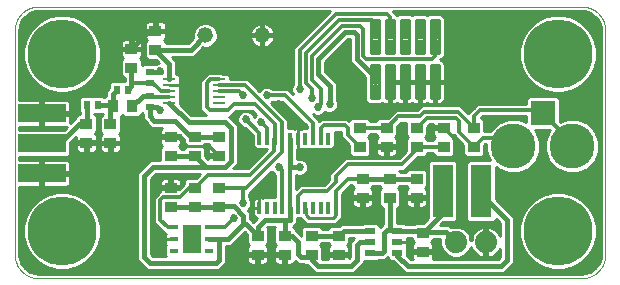
<source format=gtl>
G75*
%MOIN*%
%OFA0B0*%
%FSLAX25Y25*%
%IPPOS*%
%LPD*%
%AMOC8*
5,1,8,0,0,1.08239X$1,22.5*
%
%ADD10C,0.00000*%
%ADD11R,0.03937X0.00984*%
%ADD12R,0.03937X0.03740*%
%ADD13C,0.05200*%
%ADD14R,0.03740X0.03937*%
%ADD15R,0.03150X0.01772*%
%ADD16R,0.05906X0.09449*%
%ADD17R,0.02323X0.02835*%
%ADD18R,0.02835X0.02323*%
%ADD19R,0.01200X0.03900*%
%ADD20C,0.15024*%
%ADD21R,0.08268X0.08268*%
%ADD22R,0.16000X0.06000*%
%ADD23C,0.23000*%
%ADD24R,0.03543X0.02362*%
%ADD25C,0.07400*%
%ADD26R,0.06890X0.17717*%
%ADD27C,0.01044*%
%ADD28C,0.01600*%
%ADD29C,0.01000*%
%ADD30C,0.02700*%
%ADD31C,0.01200*%
D10*
X0010374Y0002500D02*
X0191476Y0002500D01*
X0191666Y0002502D01*
X0191856Y0002509D01*
X0192046Y0002521D01*
X0192236Y0002537D01*
X0192425Y0002557D01*
X0192614Y0002583D01*
X0192802Y0002612D01*
X0192989Y0002647D01*
X0193175Y0002686D01*
X0193360Y0002729D01*
X0193545Y0002777D01*
X0193728Y0002829D01*
X0193909Y0002885D01*
X0194089Y0002946D01*
X0194268Y0003012D01*
X0194445Y0003081D01*
X0194621Y0003155D01*
X0194794Y0003233D01*
X0194966Y0003316D01*
X0195135Y0003402D01*
X0195303Y0003492D01*
X0195468Y0003587D01*
X0195631Y0003685D01*
X0195791Y0003788D01*
X0195949Y0003894D01*
X0196104Y0004004D01*
X0196257Y0004117D01*
X0196407Y0004235D01*
X0196553Y0004356D01*
X0196697Y0004480D01*
X0196838Y0004608D01*
X0196976Y0004739D01*
X0197111Y0004874D01*
X0197242Y0005012D01*
X0197370Y0005153D01*
X0197494Y0005297D01*
X0197615Y0005443D01*
X0197733Y0005593D01*
X0197846Y0005746D01*
X0197956Y0005901D01*
X0198062Y0006059D01*
X0198165Y0006219D01*
X0198263Y0006382D01*
X0198358Y0006547D01*
X0198448Y0006715D01*
X0198534Y0006884D01*
X0198617Y0007056D01*
X0198695Y0007229D01*
X0198769Y0007405D01*
X0198838Y0007582D01*
X0198904Y0007761D01*
X0198965Y0007941D01*
X0199021Y0008122D01*
X0199073Y0008305D01*
X0199121Y0008490D01*
X0199164Y0008675D01*
X0199203Y0008861D01*
X0199238Y0009048D01*
X0199267Y0009236D01*
X0199293Y0009425D01*
X0199313Y0009614D01*
X0199329Y0009804D01*
X0199341Y0009994D01*
X0199348Y0010184D01*
X0199350Y0010374D01*
X0199350Y0085177D01*
X0199348Y0085367D01*
X0199341Y0085557D01*
X0199329Y0085747D01*
X0199313Y0085937D01*
X0199293Y0086126D01*
X0199267Y0086315D01*
X0199238Y0086503D01*
X0199203Y0086690D01*
X0199164Y0086876D01*
X0199121Y0087061D01*
X0199073Y0087246D01*
X0199021Y0087429D01*
X0198965Y0087610D01*
X0198904Y0087790D01*
X0198838Y0087969D01*
X0198769Y0088146D01*
X0198695Y0088322D01*
X0198617Y0088495D01*
X0198534Y0088667D01*
X0198448Y0088836D01*
X0198358Y0089004D01*
X0198263Y0089169D01*
X0198165Y0089332D01*
X0198062Y0089492D01*
X0197956Y0089650D01*
X0197846Y0089805D01*
X0197733Y0089958D01*
X0197615Y0090108D01*
X0197494Y0090254D01*
X0197370Y0090398D01*
X0197242Y0090539D01*
X0197111Y0090677D01*
X0196976Y0090812D01*
X0196838Y0090943D01*
X0196697Y0091071D01*
X0196553Y0091195D01*
X0196407Y0091316D01*
X0196257Y0091434D01*
X0196104Y0091547D01*
X0195949Y0091657D01*
X0195791Y0091763D01*
X0195631Y0091866D01*
X0195468Y0091964D01*
X0195303Y0092059D01*
X0195135Y0092149D01*
X0194966Y0092235D01*
X0194794Y0092318D01*
X0194621Y0092396D01*
X0194445Y0092470D01*
X0194268Y0092539D01*
X0194089Y0092605D01*
X0193909Y0092666D01*
X0193728Y0092722D01*
X0193545Y0092774D01*
X0193360Y0092822D01*
X0193175Y0092865D01*
X0192989Y0092904D01*
X0192802Y0092939D01*
X0192614Y0092968D01*
X0192425Y0092994D01*
X0192236Y0093014D01*
X0192046Y0093030D01*
X0191856Y0093042D01*
X0191666Y0093049D01*
X0191476Y0093051D01*
X0010374Y0093051D01*
X0010184Y0093049D01*
X0009994Y0093042D01*
X0009804Y0093030D01*
X0009614Y0093014D01*
X0009425Y0092994D01*
X0009236Y0092968D01*
X0009048Y0092939D01*
X0008861Y0092904D01*
X0008675Y0092865D01*
X0008490Y0092822D01*
X0008305Y0092774D01*
X0008122Y0092722D01*
X0007941Y0092666D01*
X0007761Y0092605D01*
X0007582Y0092539D01*
X0007405Y0092470D01*
X0007229Y0092396D01*
X0007056Y0092318D01*
X0006884Y0092235D01*
X0006715Y0092149D01*
X0006547Y0092059D01*
X0006382Y0091964D01*
X0006219Y0091866D01*
X0006059Y0091763D01*
X0005901Y0091657D01*
X0005746Y0091547D01*
X0005593Y0091434D01*
X0005443Y0091316D01*
X0005297Y0091195D01*
X0005153Y0091071D01*
X0005012Y0090943D01*
X0004874Y0090812D01*
X0004739Y0090677D01*
X0004608Y0090539D01*
X0004480Y0090398D01*
X0004356Y0090254D01*
X0004235Y0090108D01*
X0004117Y0089958D01*
X0004004Y0089805D01*
X0003894Y0089650D01*
X0003788Y0089492D01*
X0003685Y0089332D01*
X0003587Y0089169D01*
X0003492Y0089004D01*
X0003402Y0088836D01*
X0003316Y0088667D01*
X0003233Y0088495D01*
X0003155Y0088322D01*
X0003081Y0088146D01*
X0003012Y0087969D01*
X0002946Y0087790D01*
X0002885Y0087610D01*
X0002829Y0087429D01*
X0002777Y0087246D01*
X0002729Y0087061D01*
X0002686Y0086876D01*
X0002647Y0086690D01*
X0002612Y0086503D01*
X0002583Y0086315D01*
X0002557Y0086126D01*
X0002537Y0085937D01*
X0002521Y0085747D01*
X0002509Y0085557D01*
X0002502Y0085367D01*
X0002500Y0085177D01*
X0002500Y0010374D01*
X0002502Y0010184D01*
X0002509Y0009994D01*
X0002521Y0009804D01*
X0002537Y0009614D01*
X0002557Y0009425D01*
X0002583Y0009236D01*
X0002612Y0009048D01*
X0002647Y0008861D01*
X0002686Y0008675D01*
X0002729Y0008490D01*
X0002777Y0008305D01*
X0002829Y0008122D01*
X0002885Y0007941D01*
X0002946Y0007761D01*
X0003012Y0007582D01*
X0003081Y0007405D01*
X0003155Y0007229D01*
X0003233Y0007056D01*
X0003316Y0006884D01*
X0003402Y0006715D01*
X0003492Y0006547D01*
X0003587Y0006382D01*
X0003685Y0006219D01*
X0003788Y0006059D01*
X0003894Y0005901D01*
X0004004Y0005746D01*
X0004117Y0005593D01*
X0004235Y0005443D01*
X0004356Y0005297D01*
X0004480Y0005153D01*
X0004608Y0005012D01*
X0004739Y0004874D01*
X0004874Y0004739D01*
X0005012Y0004608D01*
X0005153Y0004480D01*
X0005297Y0004356D01*
X0005443Y0004235D01*
X0005593Y0004117D01*
X0005746Y0004004D01*
X0005901Y0003894D01*
X0006059Y0003788D01*
X0006219Y0003685D01*
X0006382Y0003587D01*
X0006547Y0003492D01*
X0006715Y0003402D01*
X0006884Y0003316D01*
X0007056Y0003233D01*
X0007229Y0003155D01*
X0007405Y0003081D01*
X0007582Y0003012D01*
X0007761Y0002946D01*
X0007941Y0002885D01*
X0008122Y0002829D01*
X0008305Y0002777D01*
X0008490Y0002729D01*
X0008675Y0002686D01*
X0008861Y0002647D01*
X0009048Y0002612D01*
X0009236Y0002583D01*
X0009425Y0002557D01*
X0009614Y0002537D01*
X0009804Y0002521D01*
X0009994Y0002509D01*
X0010184Y0002502D01*
X0010374Y0002500D01*
D11*
X0054070Y0060862D03*
X0054070Y0062831D03*
X0054070Y0064799D03*
X0054070Y0066768D03*
X0054070Y0068736D03*
X0070709Y0068736D03*
X0070709Y0066768D03*
X0070709Y0064799D03*
X0070709Y0062831D03*
X0070709Y0060862D03*
D12*
X0070500Y0049650D03*
X0062500Y0049650D03*
X0054500Y0049650D03*
X0054500Y0043350D03*
X0062500Y0043350D03*
X0070500Y0043350D03*
X0070500Y0032650D03*
X0062500Y0032650D03*
X0054500Y0032650D03*
X0054500Y0026350D03*
X0062500Y0026350D03*
X0070500Y0026350D03*
X0083500Y0016650D03*
X0092500Y0016650D03*
X0101500Y0016650D03*
X0110500Y0016650D03*
X0110500Y0010350D03*
X0101500Y0010350D03*
X0092500Y0010350D03*
X0083500Y0010350D03*
X0118500Y0029350D03*
X0127500Y0029350D03*
X0136500Y0029350D03*
X0136500Y0035650D03*
X0127500Y0035650D03*
X0118500Y0035650D03*
X0117500Y0046350D03*
X0126500Y0046350D03*
X0136500Y0046350D03*
X0145500Y0046350D03*
X0155500Y0046350D03*
X0155500Y0052650D03*
X0145500Y0052650D03*
X0136500Y0052650D03*
X0126500Y0052650D03*
X0117500Y0052650D03*
X0049406Y0078650D03*
X0041390Y0078949D03*
X0049406Y0084949D03*
X0041390Y0072650D03*
X0034390Y0053849D03*
X0026390Y0053949D03*
X0026390Y0047650D03*
X0034390Y0047550D03*
X0138500Y0017650D03*
X0138500Y0011350D03*
D13*
X0085000Y0083500D03*
X0066000Y0083500D03*
D14*
X0041539Y0059799D03*
X0035240Y0059799D03*
D15*
X0055594Y0019437D03*
X0055594Y0015500D03*
X0055594Y0011563D03*
X0067406Y0011563D03*
X0067406Y0015500D03*
X0067406Y0019437D03*
D16*
X0061500Y0015500D03*
D17*
X0030280Y0060299D03*
X0026500Y0060299D03*
X0036500Y0065299D03*
X0040280Y0065299D03*
D18*
X0047500Y0063390D03*
X0047500Y0059610D03*
X0047500Y0067610D03*
X0047500Y0071390D03*
D19*
X0083984Y0048987D03*
X0086543Y0048987D03*
X0089102Y0048987D03*
X0091661Y0048987D03*
X0094220Y0048987D03*
X0096780Y0048987D03*
X0099339Y0048987D03*
X0101898Y0048987D03*
X0104457Y0048987D03*
X0107016Y0048987D03*
X0107016Y0026013D03*
X0104457Y0026013D03*
X0101898Y0026013D03*
X0099339Y0026013D03*
X0096780Y0026013D03*
X0094220Y0026013D03*
X0091661Y0026013D03*
X0089102Y0026013D03*
X0086543Y0026013D03*
X0083984Y0026013D03*
D20*
X0168657Y0046500D03*
X0188343Y0046500D03*
D21*
X0178500Y0057524D03*
D22*
X0011500Y0057500D03*
X0011500Y0047500D03*
X0011500Y0037500D03*
D23*
X0018248Y0018248D03*
X0018248Y0077303D03*
X0183602Y0077303D03*
X0183602Y0018248D03*
D24*
X0130028Y0018240D03*
X0130028Y0014500D03*
X0130028Y0010760D03*
X0120972Y0010760D03*
X0120972Y0014500D03*
X0120972Y0018240D03*
D25*
X0149500Y0014500D03*
X0159500Y0014500D03*
D26*
X0157898Y0031500D03*
X0145102Y0031500D03*
D27*
X0143778Y0062522D02*
X0143778Y0073478D01*
X0143778Y0062522D02*
X0141222Y0062522D01*
X0141222Y0073478D01*
X0143778Y0073478D01*
X0143778Y0063565D02*
X0141222Y0063565D01*
X0141222Y0064608D02*
X0143778Y0064608D01*
X0143778Y0065651D02*
X0141222Y0065651D01*
X0141222Y0066694D02*
X0143778Y0066694D01*
X0143778Y0067737D02*
X0141222Y0067737D01*
X0141222Y0068780D02*
X0143778Y0068780D01*
X0143778Y0069823D02*
X0141222Y0069823D01*
X0141222Y0070866D02*
X0143778Y0070866D01*
X0143778Y0071909D02*
X0141222Y0071909D01*
X0141222Y0072952D02*
X0143778Y0072952D01*
X0138778Y0073478D02*
X0138778Y0062522D01*
X0136222Y0062522D01*
X0136222Y0073478D01*
X0138778Y0073478D01*
X0138778Y0063565D02*
X0136222Y0063565D01*
X0136222Y0064608D02*
X0138778Y0064608D01*
X0138778Y0065651D02*
X0136222Y0065651D01*
X0136222Y0066694D02*
X0138778Y0066694D01*
X0138778Y0067737D02*
X0136222Y0067737D01*
X0136222Y0068780D02*
X0138778Y0068780D01*
X0138778Y0069823D02*
X0136222Y0069823D01*
X0136222Y0070866D02*
X0138778Y0070866D01*
X0138778Y0071909D02*
X0136222Y0071909D01*
X0136222Y0072952D02*
X0138778Y0072952D01*
X0133778Y0073478D02*
X0133778Y0062522D01*
X0131222Y0062522D01*
X0131222Y0073478D01*
X0133778Y0073478D01*
X0133778Y0063565D02*
X0131222Y0063565D01*
X0131222Y0064608D02*
X0133778Y0064608D01*
X0133778Y0065651D02*
X0131222Y0065651D01*
X0131222Y0066694D02*
X0133778Y0066694D01*
X0133778Y0067737D02*
X0131222Y0067737D01*
X0131222Y0068780D02*
X0133778Y0068780D01*
X0133778Y0069823D02*
X0131222Y0069823D01*
X0131222Y0070866D02*
X0133778Y0070866D01*
X0133778Y0071909D02*
X0131222Y0071909D01*
X0131222Y0072952D02*
X0133778Y0072952D01*
X0128778Y0073478D02*
X0128778Y0062522D01*
X0126222Y0062522D01*
X0126222Y0073478D01*
X0128778Y0073478D01*
X0128778Y0063565D02*
X0126222Y0063565D01*
X0126222Y0064608D02*
X0128778Y0064608D01*
X0128778Y0065651D02*
X0126222Y0065651D01*
X0126222Y0066694D02*
X0128778Y0066694D01*
X0128778Y0067737D02*
X0126222Y0067737D01*
X0126222Y0068780D02*
X0128778Y0068780D01*
X0128778Y0069823D02*
X0126222Y0069823D01*
X0126222Y0070866D02*
X0128778Y0070866D01*
X0128778Y0071909D02*
X0126222Y0071909D01*
X0126222Y0072952D02*
X0128778Y0072952D01*
X0123778Y0073478D02*
X0123778Y0062522D01*
X0121222Y0062522D01*
X0121222Y0073478D01*
X0123778Y0073478D01*
X0123778Y0063565D02*
X0121222Y0063565D01*
X0121222Y0064608D02*
X0123778Y0064608D01*
X0123778Y0065651D02*
X0121222Y0065651D01*
X0121222Y0066694D02*
X0123778Y0066694D01*
X0123778Y0067737D02*
X0121222Y0067737D01*
X0121222Y0068780D02*
X0123778Y0068780D01*
X0123778Y0069823D02*
X0121222Y0069823D01*
X0121222Y0070866D02*
X0123778Y0070866D01*
X0123778Y0071909D02*
X0121222Y0071909D01*
X0121222Y0072952D02*
X0123778Y0072952D01*
X0123778Y0077522D02*
X0123778Y0088478D01*
X0123778Y0077522D02*
X0121222Y0077522D01*
X0121222Y0088478D01*
X0123778Y0088478D01*
X0123778Y0078565D02*
X0121222Y0078565D01*
X0121222Y0079608D02*
X0123778Y0079608D01*
X0123778Y0080651D02*
X0121222Y0080651D01*
X0121222Y0081694D02*
X0123778Y0081694D01*
X0123778Y0082737D02*
X0121222Y0082737D01*
X0121222Y0083780D02*
X0123778Y0083780D01*
X0123778Y0084823D02*
X0121222Y0084823D01*
X0121222Y0085866D02*
X0123778Y0085866D01*
X0123778Y0086909D02*
X0121222Y0086909D01*
X0121222Y0087952D02*
X0123778Y0087952D01*
X0128778Y0088478D02*
X0128778Y0077522D01*
X0126222Y0077522D01*
X0126222Y0088478D01*
X0128778Y0088478D01*
X0128778Y0078565D02*
X0126222Y0078565D01*
X0126222Y0079608D02*
X0128778Y0079608D01*
X0128778Y0080651D02*
X0126222Y0080651D01*
X0126222Y0081694D02*
X0128778Y0081694D01*
X0128778Y0082737D02*
X0126222Y0082737D01*
X0126222Y0083780D02*
X0128778Y0083780D01*
X0128778Y0084823D02*
X0126222Y0084823D01*
X0126222Y0085866D02*
X0128778Y0085866D01*
X0128778Y0086909D02*
X0126222Y0086909D01*
X0126222Y0087952D02*
X0128778Y0087952D01*
X0133778Y0088478D02*
X0133778Y0077522D01*
X0131222Y0077522D01*
X0131222Y0088478D01*
X0133778Y0088478D01*
X0133778Y0078565D02*
X0131222Y0078565D01*
X0131222Y0079608D02*
X0133778Y0079608D01*
X0133778Y0080651D02*
X0131222Y0080651D01*
X0131222Y0081694D02*
X0133778Y0081694D01*
X0133778Y0082737D02*
X0131222Y0082737D01*
X0131222Y0083780D02*
X0133778Y0083780D01*
X0133778Y0084823D02*
X0131222Y0084823D01*
X0131222Y0085866D02*
X0133778Y0085866D01*
X0133778Y0086909D02*
X0131222Y0086909D01*
X0131222Y0087952D02*
X0133778Y0087952D01*
X0138778Y0088478D02*
X0138778Y0077522D01*
X0136222Y0077522D01*
X0136222Y0088478D01*
X0138778Y0088478D01*
X0138778Y0078565D02*
X0136222Y0078565D01*
X0136222Y0079608D02*
X0138778Y0079608D01*
X0138778Y0080651D02*
X0136222Y0080651D01*
X0136222Y0081694D02*
X0138778Y0081694D01*
X0138778Y0082737D02*
X0136222Y0082737D01*
X0136222Y0083780D02*
X0138778Y0083780D01*
X0138778Y0084823D02*
X0136222Y0084823D01*
X0136222Y0085866D02*
X0138778Y0085866D01*
X0138778Y0086909D02*
X0136222Y0086909D01*
X0136222Y0087952D02*
X0138778Y0087952D01*
X0143778Y0088478D02*
X0143778Y0077522D01*
X0141222Y0077522D01*
X0141222Y0088478D01*
X0143778Y0088478D01*
X0143778Y0078565D02*
X0141222Y0078565D01*
X0141222Y0079608D02*
X0143778Y0079608D01*
X0143778Y0080651D02*
X0141222Y0080651D01*
X0141222Y0081694D02*
X0143778Y0081694D01*
X0143778Y0082737D02*
X0141222Y0082737D01*
X0141222Y0083780D02*
X0143778Y0083780D01*
X0143778Y0084823D02*
X0141222Y0084823D01*
X0141222Y0085866D02*
X0143778Y0085866D01*
X0143778Y0086909D02*
X0141222Y0086909D01*
X0141222Y0087952D02*
X0143778Y0087952D01*
D28*
X0116500Y0083500D02*
X0116500Y0075500D01*
X0122500Y0069500D01*
X0122500Y0068000D01*
X0122500Y0068500D01*
X0107500Y0066500D02*
X0107500Y0060500D01*
X0107500Y0066500D02*
X0103500Y0070500D01*
X0103500Y0075500D01*
X0112500Y0084500D01*
X0115500Y0084500D01*
X0116500Y0083500D01*
X0066000Y0083500D02*
X0061150Y0078650D01*
X0049406Y0078650D01*
X0054070Y0073985D01*
X0054070Y0068736D01*
X0051390Y0071390D02*
X0047500Y0071390D01*
X0041390Y0072650D02*
X0041390Y0067500D01*
X0041390Y0066409D01*
X0040280Y0065299D01*
X0036500Y0065299D02*
X0035240Y0064039D01*
X0035240Y0059799D01*
X0034390Y0058949D01*
X0034390Y0053849D01*
X0026500Y0054059D02*
X0026390Y0053949D01*
X0023949Y0053949D01*
X0017500Y0047500D01*
X0011500Y0047500D01*
X0026500Y0054059D02*
X0026500Y0060299D01*
X0030280Y0060299D02*
X0034740Y0060299D01*
X0035240Y0059799D01*
X0041539Y0059799D02*
X0045130Y0063390D01*
X0047500Y0063390D01*
X0054070Y0060862D02*
X0060433Y0054500D01*
X0072500Y0054500D01*
X0074500Y0052500D01*
X0074500Y0041500D01*
X0072500Y0039500D01*
X0066350Y0039500D01*
X0048500Y0039500D01*
X0045500Y0036500D01*
X0045500Y0009500D01*
X0047500Y0007500D01*
X0069500Y0007500D01*
X0070500Y0008500D01*
X0070500Y0015500D01*
X0073650Y0015500D01*
X0078650Y0020500D01*
X0079650Y0020500D01*
X0083500Y0016650D01*
X0083500Y0019500D01*
X0085780Y0021780D01*
X0092500Y0021780D01*
X0092500Y0016650D01*
X0094850Y0016650D01*
X0097000Y0014500D01*
X0097000Y0010500D01*
X0098000Y0009500D01*
X0101350Y0009500D01*
X0101350Y0010201D01*
X0101500Y0010350D01*
X0101500Y0008500D01*
X0103500Y0006500D01*
X0114500Y0006500D01*
X0116500Y0008500D01*
X0116500Y0013500D01*
X0117500Y0014500D01*
X0120972Y0014500D01*
X0125500Y0017500D02*
X0126500Y0018500D01*
X0127500Y0018500D01*
X0127500Y0029350D01*
X0127500Y0035650D02*
X0118500Y0035650D01*
X0127500Y0035650D02*
X0136500Y0035650D01*
X0145102Y0031500D02*
X0145102Y0024252D01*
X0138500Y0017650D01*
X0138500Y0017898D01*
X0144102Y0017898D01*
X0146102Y0017898D01*
X0149500Y0014500D01*
X0154500Y0015563D02*
X0154500Y0020500D01*
X0157898Y0030500D02*
X0166500Y0021898D01*
X0166500Y0008500D01*
X0164500Y0006500D01*
X0147500Y0006500D01*
X0133500Y0006500D01*
X0130028Y0009972D01*
X0130028Y0010760D01*
X0125500Y0011500D02*
X0125500Y0017500D01*
X0127500Y0018500D02*
X0129768Y0018500D01*
X0130028Y0018240D01*
X0137909Y0018240D01*
X0138500Y0017650D01*
X0125500Y0011500D02*
X0124760Y0010760D01*
X0120972Y0010760D01*
X0112091Y0018240D02*
X0110500Y0016650D01*
X0101500Y0016650D01*
X0094220Y0021780D02*
X0092500Y0021780D01*
X0094220Y0021780D02*
X0094220Y0026013D01*
X0078650Y0023350D02*
X0078650Y0020500D01*
X0078650Y0023350D02*
X0075500Y0026500D01*
X0070650Y0026500D01*
X0070500Y0026350D02*
X0062500Y0026350D01*
X0054500Y0026350D01*
X0067406Y0015500D02*
X0070500Y0015500D01*
X0112091Y0018240D02*
X0116091Y0018240D01*
X0120972Y0018240D01*
X0157898Y0030500D02*
X0157898Y0031500D01*
X0168657Y0046500D02*
X0165807Y0049350D01*
X0097500Y0039500D02*
X0094220Y0039500D01*
X0094220Y0048987D01*
X0070500Y0049650D02*
X0062500Y0049650D01*
X0061350Y0049650D01*
X0056000Y0055000D01*
X0049000Y0055000D01*
X0047500Y0056500D01*
X0047500Y0059610D01*
X0049890Y0059610D01*
X0051000Y0058500D01*
X0048390Y0067610D02*
X0047500Y0067610D01*
X0041390Y0078949D02*
X0047390Y0084949D01*
X0049406Y0084949D01*
X0054500Y0043350D02*
X0062500Y0043350D01*
X0066350Y0039500D01*
D29*
X0007480Y0004695D02*
X0005867Y0005867D01*
X0004695Y0007480D01*
X0004078Y0009377D01*
X0004000Y0010374D01*
X0004000Y0033000D01*
X0011000Y0033000D01*
X0011000Y0037000D01*
X0012000Y0037000D01*
X0012000Y0038000D01*
X0011000Y0038000D01*
X0011000Y0042000D01*
X0004000Y0042000D01*
X0004000Y0043000D01*
X0020121Y0043000D01*
X0021000Y0043879D01*
X0021000Y0047747D01*
X0022921Y0049669D01*
X0022921Y0048085D01*
X0025955Y0048085D01*
X0025955Y0047215D01*
X0022921Y0047215D01*
X0022921Y0045582D01*
X0023023Y0045201D01*
X0023221Y0044859D01*
X0023500Y0044579D01*
X0023842Y0044382D01*
X0024224Y0044280D01*
X0025955Y0044280D01*
X0025955Y0047214D01*
X0026825Y0047214D01*
X0026825Y0044280D01*
X0028556Y0044280D01*
X0028937Y0044382D01*
X0029279Y0044579D01*
X0029559Y0044859D01*
X0029756Y0045201D01*
X0029858Y0045582D01*
X0029858Y0047215D01*
X0026825Y0047215D01*
X0026825Y0048085D01*
X0029858Y0048085D01*
X0029858Y0049717D01*
X0029756Y0050099D01*
X0029559Y0050441D01*
X0029279Y0050720D01*
X0029179Y0050778D01*
X0029858Y0051457D01*
X0029858Y0056440D01*
X0028980Y0057319D01*
X0028800Y0057319D01*
X0028800Y0057382D01*
X0031870Y0057382D01*
X0031870Y0057219D01*
X0031800Y0057219D01*
X0030921Y0056340D01*
X0030921Y0051357D01*
X0031601Y0050678D01*
X0031500Y0050620D01*
X0031221Y0050341D01*
X0031023Y0049999D01*
X0030921Y0049617D01*
X0030921Y0047985D01*
X0033955Y0047985D01*
X0033955Y0047115D01*
X0030921Y0047115D01*
X0030921Y0045482D01*
X0031023Y0045101D01*
X0031221Y0044759D01*
X0031500Y0044479D01*
X0031842Y0044282D01*
X0032224Y0044180D01*
X0033955Y0044180D01*
X0033955Y0047114D01*
X0034825Y0047114D01*
X0034825Y0044180D01*
X0036556Y0044180D01*
X0036937Y0044282D01*
X0037279Y0044479D01*
X0037559Y0044759D01*
X0037756Y0045101D01*
X0037858Y0045482D01*
X0037858Y0047115D01*
X0034825Y0047115D01*
X0034825Y0047985D01*
X0037858Y0047985D01*
X0037858Y0049617D01*
X0037756Y0049999D01*
X0037559Y0050341D01*
X0037279Y0050620D01*
X0037179Y0050678D01*
X0037858Y0051357D01*
X0037858Y0056340D01*
X0037800Y0056399D01*
X0038390Y0056989D01*
X0039048Y0056331D01*
X0044031Y0056331D01*
X0044909Y0057209D01*
X0044909Y0057501D01*
X0045200Y0057210D01*
X0045200Y0055547D01*
X0046547Y0054200D01*
X0048047Y0052700D01*
X0051591Y0052700D01*
X0051331Y0052441D01*
X0051134Y0052099D01*
X0051031Y0051717D01*
X0051031Y0050085D01*
X0054065Y0050085D01*
X0054065Y0049215D01*
X0051031Y0049215D01*
X0051031Y0047582D01*
X0051134Y0047201D01*
X0051331Y0046859D01*
X0051610Y0046579D01*
X0051711Y0046521D01*
X0051031Y0045842D01*
X0051031Y0041800D01*
X0047547Y0041800D01*
X0044547Y0038800D01*
X0043200Y0037453D01*
X0043200Y0008547D01*
X0045200Y0006547D01*
X0046547Y0005200D01*
X0070453Y0005200D01*
X0071453Y0006200D01*
X0072800Y0007547D01*
X0072800Y0013200D01*
X0074602Y0013200D01*
X0079150Y0017747D01*
X0080031Y0016865D01*
X0080031Y0014158D01*
X0080711Y0013479D01*
X0080610Y0013421D01*
X0080331Y0013141D01*
X0080134Y0012799D01*
X0080031Y0012418D01*
X0080031Y0010785D01*
X0083065Y0010785D01*
X0083065Y0009915D01*
X0083935Y0009915D01*
X0083935Y0006980D01*
X0085666Y0006980D01*
X0086047Y0007083D01*
X0086390Y0007280D01*
X0086669Y0007559D01*
X0086866Y0007901D01*
X0086968Y0008283D01*
X0086968Y0009915D01*
X0083935Y0009915D01*
X0083935Y0010785D01*
X0086968Y0010785D01*
X0086968Y0012418D01*
X0086866Y0012799D01*
X0086669Y0013141D01*
X0086390Y0013421D01*
X0086289Y0013479D01*
X0086968Y0014158D01*
X0086968Y0019141D01*
X0086681Y0019428D01*
X0086732Y0019480D01*
X0089370Y0019480D01*
X0089031Y0019141D01*
X0089031Y0014158D01*
X0089711Y0013479D01*
X0089610Y0013421D01*
X0089331Y0013141D01*
X0089134Y0012799D01*
X0089031Y0012418D01*
X0089031Y0010785D01*
X0092065Y0010785D01*
X0092065Y0009915D01*
X0092935Y0009915D01*
X0092935Y0006980D01*
X0094666Y0006980D01*
X0095047Y0007083D01*
X0095390Y0007280D01*
X0095669Y0007559D01*
X0095866Y0007901D01*
X0095968Y0008280D01*
X0097047Y0007200D01*
X0098690Y0007200D01*
X0098910Y0006980D01*
X0099767Y0006980D01*
X0101200Y0005547D01*
X0102547Y0004200D01*
X0115453Y0004200D01*
X0117453Y0006200D01*
X0118800Y0007547D01*
X0118800Y0008079D01*
X0123365Y0008079D01*
X0123747Y0008460D01*
X0125713Y0008460D01*
X0126453Y0009200D01*
X0126756Y0009503D01*
X0126756Y0008957D01*
X0127635Y0008079D01*
X0128669Y0008079D01*
X0131200Y0005547D01*
X0132547Y0004200D01*
X0165453Y0004200D01*
X0167453Y0006200D01*
X0168800Y0007547D01*
X0168800Y0022850D01*
X0162843Y0028808D01*
X0162843Y0039570D01*
X0163553Y0038860D01*
X0166865Y0037488D01*
X0170450Y0037488D01*
X0173762Y0038860D01*
X0176297Y0041395D01*
X0177669Y0044707D01*
X0177669Y0048293D01*
X0176297Y0051605D01*
X0176012Y0051890D01*
X0180988Y0051890D01*
X0180703Y0051605D01*
X0179331Y0048293D01*
X0179331Y0044707D01*
X0180703Y0041395D01*
X0183238Y0038860D01*
X0186550Y0037488D01*
X0190135Y0037488D01*
X0193447Y0038860D01*
X0195982Y0041395D01*
X0197354Y0044707D01*
X0197354Y0048293D01*
X0195982Y0051605D01*
X0193447Y0054140D01*
X0190135Y0055512D01*
X0186550Y0055512D01*
X0184380Y0054613D01*
X0184134Y0054860D01*
X0184134Y0062279D01*
X0183255Y0063157D01*
X0173745Y0063157D01*
X0172866Y0062279D01*
X0172866Y0060624D01*
X0156654Y0060624D01*
X0155424Y0059393D01*
X0154630Y0058600D01*
X0153575Y0057545D01*
X0151019Y0060100D01*
X0138130Y0060100D01*
X0136630Y0058600D01*
X0129481Y0058600D01*
X0126900Y0056020D01*
X0123910Y0056020D01*
X0123031Y0055141D01*
X0123031Y0054750D01*
X0120968Y0054750D01*
X0120968Y0055141D01*
X0120090Y0056020D01*
X0114910Y0056020D01*
X0114031Y0055141D01*
X0114031Y0054938D01*
X0113370Y0055600D01*
X0104630Y0055600D01*
X0103998Y0054967D01*
X0103998Y0054972D01*
X0102767Y0056202D01*
X0101886Y0057084D01*
X0102933Y0056650D01*
X0104067Y0056650D01*
X0105114Y0057084D01*
X0105916Y0057886D01*
X0105982Y0058044D01*
X0106933Y0057650D01*
X0108067Y0057650D01*
X0109114Y0058084D01*
X0109916Y0058886D01*
X0110350Y0059933D01*
X0110350Y0061067D01*
X0109916Y0062114D01*
X0109800Y0062230D01*
X0109800Y0067453D01*
X0108453Y0068800D01*
X0105800Y0071453D01*
X0105800Y0074547D01*
X0113453Y0082200D01*
X0114200Y0082200D01*
X0114200Y0074547D01*
X0115547Y0073200D01*
X0115547Y0073200D01*
X0119200Y0069547D01*
X0119200Y0061684D01*
X0120384Y0060500D01*
X0124616Y0060500D01*
X0125005Y0060890D01*
X0125442Y0060638D01*
X0125956Y0060500D01*
X0127100Y0060500D01*
X0127100Y0067600D01*
X0127900Y0067600D01*
X0127900Y0068400D01*
X0132100Y0068400D01*
X0132100Y0067600D01*
X0130800Y0067600D01*
X0127900Y0067600D01*
X0127900Y0060500D01*
X0129044Y0060500D01*
X0129558Y0060638D01*
X0130000Y0060893D01*
X0130442Y0060638D01*
X0130956Y0060500D01*
X0132100Y0060500D01*
X0132100Y0067600D01*
X0132900Y0067600D01*
X0132900Y0068400D01*
X0137100Y0068400D01*
X0137100Y0067600D01*
X0137900Y0067600D01*
X0137900Y0068400D01*
X0142100Y0068400D01*
X0142100Y0067600D01*
X0139200Y0067600D01*
X0137900Y0067600D01*
X0137900Y0060500D01*
X0139044Y0060500D01*
X0139558Y0060638D01*
X0140000Y0060893D01*
X0140442Y0060638D01*
X0140956Y0060500D01*
X0142100Y0060500D01*
X0142100Y0067600D01*
X0142900Y0067600D01*
X0142900Y0068400D01*
X0145800Y0068400D01*
X0145800Y0073744D01*
X0145662Y0074258D01*
X0145396Y0074720D01*
X0145020Y0075096D01*
X0144558Y0075362D01*
X0144380Y0075410D01*
X0144470Y0075500D01*
X0144616Y0075500D01*
X0145800Y0076684D01*
X0145800Y0089316D01*
X0144616Y0090500D01*
X0140384Y0090500D01*
X0140000Y0090116D01*
X0139616Y0090500D01*
X0135384Y0090500D01*
X0135000Y0090116D01*
X0134616Y0090500D01*
X0130384Y0090500D01*
X0130000Y0090116D01*
X0129616Y0090500D01*
X0129470Y0090500D01*
X0128419Y0091551D01*
X0191476Y0091551D01*
X0192473Y0091473D01*
X0194370Y0090856D01*
X0195983Y0089684D01*
X0197156Y0088071D01*
X0197772Y0086174D01*
X0197850Y0085177D01*
X0197850Y0010374D01*
X0197772Y0009377D01*
X0197156Y0007480D01*
X0195983Y0005867D01*
X0194370Y0004695D01*
X0192473Y0004078D01*
X0191476Y0004000D01*
X0010374Y0004000D01*
X0009377Y0004078D01*
X0007480Y0004695D01*
X0008089Y0004497D02*
X0102250Y0004497D01*
X0101252Y0005496D02*
X0070748Y0005496D01*
X0071747Y0006494D02*
X0100253Y0006494D01*
X0096755Y0007493D02*
X0095602Y0007493D01*
X0092935Y0007493D02*
X0092065Y0007493D01*
X0092065Y0006980D02*
X0092065Y0009915D01*
X0089031Y0009915D01*
X0089031Y0008283D01*
X0089134Y0007901D01*
X0089331Y0007559D01*
X0089610Y0007280D01*
X0089953Y0007083D01*
X0090334Y0006980D01*
X0092065Y0006980D01*
X0092065Y0008491D02*
X0092935Y0008491D01*
X0092935Y0009490D02*
X0092065Y0009490D01*
X0092065Y0010488D02*
X0083935Y0010488D01*
X0083065Y0010488D02*
X0072800Y0010488D01*
X0072800Y0009490D02*
X0080031Y0009490D01*
X0080031Y0009915D02*
X0080031Y0008283D01*
X0080134Y0007901D01*
X0080331Y0007559D01*
X0080610Y0007280D01*
X0080953Y0007083D01*
X0081334Y0006980D01*
X0083065Y0006980D01*
X0083065Y0009915D01*
X0080031Y0009915D01*
X0080031Y0011487D02*
X0072800Y0011487D01*
X0072800Y0012485D02*
X0080049Y0012485D01*
X0080706Y0013484D02*
X0074886Y0013484D01*
X0075884Y0014482D02*
X0080031Y0014482D01*
X0080031Y0015481D02*
X0076883Y0015481D01*
X0077881Y0016479D02*
X0080031Y0016479D01*
X0079419Y0017478D02*
X0078880Y0017478D01*
X0082075Y0021327D02*
X0080950Y0022453D01*
X0080950Y0024303D01*
X0080142Y0025111D01*
X0080916Y0025886D01*
X0081350Y0026933D01*
X0081350Y0028067D01*
X0080916Y0029114D01*
X0080600Y0029430D01*
X0080600Y0030630D01*
X0088017Y0038047D01*
X0088084Y0037886D01*
X0088886Y0037084D01*
X0089400Y0036871D01*
X0089400Y0029463D01*
X0087881Y0029463D01*
X0087823Y0029404D01*
X0087765Y0029463D01*
X0085322Y0029463D01*
X0085199Y0029340D01*
X0085163Y0029360D01*
X0084782Y0029463D01*
X0083984Y0029463D01*
X0083187Y0029463D01*
X0082805Y0029360D01*
X0082463Y0029163D01*
X0082184Y0028884D01*
X0081986Y0028542D01*
X0081884Y0028160D01*
X0081884Y0026013D01*
X0083984Y0026013D01*
X0083984Y0029463D01*
X0083984Y0026013D01*
X0083984Y0026013D01*
X0083984Y0026013D01*
X0081884Y0026013D01*
X0081884Y0023865D01*
X0081986Y0023484D01*
X0082184Y0023142D01*
X0082463Y0022862D01*
X0082805Y0022665D01*
X0083187Y0022563D01*
X0083310Y0022563D01*
X0082547Y0021800D01*
X0082075Y0021327D01*
X0081931Y0021472D02*
X0082219Y0021472D01*
X0083218Y0022470D02*
X0080950Y0022470D01*
X0080950Y0023469D02*
X0081995Y0023469D01*
X0081884Y0024467D02*
X0080785Y0024467D01*
X0080496Y0025466D02*
X0081884Y0025466D01*
X0081884Y0026464D02*
X0081156Y0026464D01*
X0081350Y0027463D02*
X0081884Y0027463D01*
X0081965Y0028461D02*
X0081187Y0028461D01*
X0080600Y0029460D02*
X0083176Y0029460D01*
X0083984Y0029460D02*
X0083984Y0029460D01*
X0084792Y0029460D02*
X0085319Y0029460D01*
X0083984Y0028461D02*
X0083984Y0028461D01*
X0083984Y0027463D02*
X0083984Y0027463D01*
X0083984Y0026464D02*
X0083984Y0026464D01*
X0087767Y0029460D02*
X0087878Y0029460D01*
X0089400Y0030458D02*
X0080600Y0030458D01*
X0081427Y0031457D02*
X0089400Y0031457D01*
X0089400Y0032455D02*
X0082425Y0032455D01*
X0083424Y0033454D02*
X0089400Y0033454D01*
X0089400Y0034452D02*
X0084422Y0034452D01*
X0085421Y0035451D02*
X0089400Y0035451D01*
X0089400Y0036449D02*
X0086419Y0036449D01*
X0087418Y0037448D02*
X0088522Y0037448D01*
X0081474Y0040443D02*
X0076696Y0040443D01*
X0076800Y0040547D02*
X0076800Y0053453D01*
X0075453Y0054800D01*
X0073853Y0056400D01*
X0074370Y0056400D01*
X0076370Y0058400D01*
X0081630Y0058400D01*
X0083047Y0056983D01*
X0082886Y0056916D01*
X0082258Y0056289D01*
X0081916Y0057114D01*
X0081114Y0057916D01*
X0080067Y0058350D01*
X0078933Y0058350D01*
X0077886Y0057916D01*
X0077084Y0057114D01*
X0076650Y0056067D01*
X0076650Y0054933D01*
X0077084Y0053886D01*
X0077886Y0053084D01*
X0078933Y0052650D01*
X0079380Y0052650D01*
X0081884Y0050146D01*
X0081884Y0048118D01*
X0081884Y0046416D01*
X0082763Y0045537D01*
X0085206Y0045537D01*
X0085264Y0045596D01*
X0085322Y0045537D01*
X0086568Y0045537D01*
X0080130Y0039100D01*
X0075353Y0039100D01*
X0076800Y0040547D01*
X0076800Y0041442D02*
X0082472Y0041442D01*
X0083471Y0042440D02*
X0076800Y0042440D01*
X0076800Y0043439D02*
X0084469Y0043439D01*
X0085468Y0044437D02*
X0076800Y0044437D01*
X0076800Y0045436D02*
X0086466Y0045436D01*
X0081884Y0046434D02*
X0076800Y0046434D01*
X0076800Y0047433D02*
X0081884Y0047433D01*
X0081884Y0048432D02*
X0076800Y0048432D01*
X0076800Y0049430D02*
X0081884Y0049430D01*
X0081602Y0050429D02*
X0076800Y0050429D01*
X0076800Y0051427D02*
X0080603Y0051427D01*
X0079605Y0052426D02*
X0076800Y0052426D01*
X0076800Y0053424D02*
X0077545Y0053424D01*
X0076861Y0054423D02*
X0075830Y0054423D01*
X0076650Y0055421D02*
X0074832Y0055421D01*
X0074389Y0056420D02*
X0076796Y0056420D01*
X0077388Y0057418D02*
X0075388Y0057418D01*
X0081612Y0057418D02*
X0082612Y0057418D01*
X0082389Y0056420D02*
X0082204Y0056420D01*
X0089555Y0059415D02*
X0093615Y0059415D01*
X0094614Y0058417D02*
X0090553Y0058417D01*
X0091552Y0057418D02*
X0095612Y0057418D01*
X0096611Y0056420D02*
X0092550Y0056420D01*
X0092370Y0056600D02*
X0087953Y0061017D01*
X0088114Y0061084D01*
X0088430Y0061400D01*
X0091630Y0061400D01*
X0099798Y0053233D01*
X0099798Y0052437D01*
X0098117Y0052437D01*
X0097994Y0052314D01*
X0097959Y0052335D01*
X0097577Y0052437D01*
X0096780Y0052437D01*
X0096780Y0048988D01*
X0096779Y0048988D01*
X0096779Y0052437D01*
X0095982Y0052437D01*
X0095601Y0052335D01*
X0095565Y0052314D01*
X0095442Y0052437D01*
X0093600Y0052437D01*
X0093600Y0055370D01*
X0092370Y0056600D01*
X0093549Y0055421D02*
X0097609Y0055421D01*
X0098608Y0054423D02*
X0093600Y0054423D01*
X0093600Y0053424D02*
X0099606Y0053424D01*
X0098105Y0052426D02*
X0097621Y0052426D01*
X0096780Y0052426D02*
X0096779Y0052426D01*
X0095938Y0052426D02*
X0095454Y0052426D01*
X0096779Y0051427D02*
X0096780Y0051427D01*
X0096779Y0050429D02*
X0096780Y0050429D01*
X0096779Y0049430D02*
X0096780Y0049430D01*
X0096780Y0048987D02*
X0096780Y0045537D01*
X0097577Y0045537D01*
X0097959Y0045640D01*
X0097994Y0045660D01*
X0098117Y0045537D01*
X0100560Y0045537D01*
X0100618Y0045596D01*
X0100676Y0045537D01*
X0103119Y0045537D01*
X0103177Y0045596D01*
X0103235Y0045537D01*
X0105678Y0045537D01*
X0105736Y0045596D01*
X0105794Y0045537D01*
X0108237Y0045537D01*
X0109116Y0046416D01*
X0109116Y0051400D01*
X0111400Y0051400D01*
X0111400Y0049481D01*
X0114031Y0046849D01*
X0114031Y0043859D01*
X0114910Y0042980D01*
X0120090Y0042980D01*
X0120968Y0043859D01*
X0120968Y0048842D01*
X0120310Y0049500D01*
X0120968Y0050158D01*
X0120968Y0050550D01*
X0123031Y0050550D01*
X0123031Y0050158D01*
X0123711Y0049479D01*
X0123610Y0049421D01*
X0123331Y0049141D01*
X0123134Y0048799D01*
X0123031Y0048418D01*
X0123031Y0046785D01*
X0126065Y0046785D01*
X0126065Y0045915D01*
X0126935Y0045915D01*
X0126935Y0042980D01*
X0128666Y0042980D01*
X0129047Y0043083D01*
X0129390Y0043280D01*
X0129669Y0043559D01*
X0129866Y0043901D01*
X0129968Y0044283D01*
X0129968Y0045915D01*
X0126935Y0045915D01*
X0126935Y0046785D01*
X0129968Y0046785D01*
X0129968Y0048418D01*
X0129866Y0048799D01*
X0129669Y0049141D01*
X0129390Y0049421D01*
X0129289Y0049479D01*
X0129968Y0050158D01*
X0129968Y0053148D01*
X0131220Y0054400D01*
X0133031Y0054400D01*
X0133031Y0050158D01*
X0133690Y0049500D01*
X0133031Y0048842D01*
X0133031Y0045001D01*
X0130630Y0042600D01*
X0112630Y0042600D01*
X0108630Y0038600D01*
X0107400Y0037370D01*
X0107400Y0035370D01*
X0105630Y0033600D01*
X0097630Y0033600D01*
X0096400Y0032370D01*
X0096320Y0032290D01*
X0096320Y0036904D01*
X0096933Y0036650D01*
X0098067Y0036650D01*
X0099114Y0037084D01*
X0099916Y0037886D01*
X0100350Y0038933D01*
X0100350Y0040067D01*
X0099916Y0041114D01*
X0099114Y0041916D01*
X0098067Y0042350D01*
X0096933Y0042350D01*
X0096520Y0042179D01*
X0096520Y0045537D01*
X0096779Y0045537D01*
X0096779Y0048987D01*
X0096780Y0048987D01*
X0096779Y0048432D02*
X0096780Y0048432D01*
X0096779Y0047433D02*
X0096780Y0047433D01*
X0096779Y0046434D02*
X0096780Y0046434D01*
X0096520Y0045436D02*
X0114031Y0045436D01*
X0114031Y0046434D02*
X0109116Y0046434D01*
X0109116Y0047433D02*
X0113448Y0047433D01*
X0112449Y0048432D02*
X0109116Y0048432D01*
X0109116Y0049430D02*
X0111451Y0049430D01*
X0111400Y0050429D02*
X0109116Y0050429D01*
X0113549Y0055421D02*
X0114312Y0055421D01*
X0109447Y0058417D02*
X0129297Y0058417D01*
X0128299Y0057418D02*
X0105449Y0057418D01*
X0102550Y0056420D02*
X0127300Y0056420D01*
X0123312Y0055421D02*
X0120688Y0055421D01*
X0129968Y0052426D02*
X0133031Y0052426D01*
X0133031Y0053424D02*
X0130244Y0053424D01*
X0129968Y0051427D02*
X0133031Y0051427D01*
X0133031Y0050429D02*
X0129968Y0050429D01*
X0129373Y0049430D02*
X0133620Y0049430D01*
X0133031Y0048432D02*
X0129965Y0048432D01*
X0129968Y0047433D02*
X0133031Y0047433D01*
X0133031Y0046434D02*
X0126935Y0046434D01*
X0126065Y0046434D02*
X0120968Y0046434D01*
X0120968Y0045436D02*
X0123031Y0045436D01*
X0123031Y0045915D02*
X0123031Y0044283D01*
X0123134Y0043901D01*
X0123331Y0043559D01*
X0123610Y0043280D01*
X0123953Y0043083D01*
X0124334Y0042980D01*
X0126065Y0042980D01*
X0126065Y0045915D01*
X0123031Y0045915D01*
X0123031Y0044437D02*
X0120968Y0044437D01*
X0120548Y0043439D02*
X0123452Y0043439D01*
X0126065Y0043439D02*
X0126935Y0043439D01*
X0126935Y0044437D02*
X0126065Y0044437D01*
X0126065Y0045436D02*
X0126935Y0045436D01*
X0129968Y0045436D02*
X0133031Y0045436D01*
X0132468Y0044437D02*
X0129968Y0044437D01*
X0129548Y0043439D02*
X0131469Y0043439D01*
X0135412Y0041442D02*
X0140620Y0041442D01*
X0141036Y0041858D02*
X0140157Y0040980D01*
X0140157Y0022560D01*
X0138617Y0021020D01*
X0135910Y0021020D01*
X0135431Y0020540D01*
X0132802Y0020540D01*
X0132421Y0020921D01*
X0129800Y0020921D01*
X0129800Y0025980D01*
X0130090Y0025980D01*
X0130968Y0026859D01*
X0130968Y0031842D01*
X0130310Y0032500D01*
X0130968Y0033158D01*
X0130968Y0033350D01*
X0133031Y0033350D01*
X0133031Y0033158D01*
X0133711Y0032479D01*
X0133610Y0032421D01*
X0133331Y0032141D01*
X0133134Y0031799D01*
X0133031Y0031418D01*
X0133031Y0029785D01*
X0136065Y0029785D01*
X0136065Y0028915D01*
X0136935Y0028915D01*
X0136935Y0025980D01*
X0138666Y0025980D01*
X0139047Y0026083D01*
X0139390Y0026280D01*
X0139669Y0026559D01*
X0139866Y0026901D01*
X0139968Y0027283D01*
X0139968Y0028915D01*
X0136935Y0028915D01*
X0136935Y0029785D01*
X0139968Y0029785D01*
X0139968Y0031418D01*
X0139866Y0031799D01*
X0139669Y0032141D01*
X0139390Y0032421D01*
X0139289Y0032479D01*
X0139968Y0033158D01*
X0139968Y0038141D01*
X0139090Y0039020D01*
X0133910Y0039020D01*
X0133031Y0038141D01*
X0133031Y0037950D01*
X0130968Y0037950D01*
X0130968Y0038141D01*
X0130709Y0038400D01*
X0132370Y0038400D01*
X0133600Y0039630D01*
X0136950Y0042980D01*
X0139090Y0042980D01*
X0139968Y0043859D01*
X0139968Y0044250D01*
X0142031Y0044250D01*
X0142031Y0043859D01*
X0142910Y0042980D01*
X0148090Y0042980D01*
X0148968Y0043859D01*
X0148968Y0048842D01*
X0148289Y0049521D01*
X0148390Y0049579D01*
X0148669Y0049859D01*
X0148798Y0050082D01*
X0152031Y0046849D01*
X0152031Y0043859D01*
X0152910Y0042980D01*
X0158090Y0042980D01*
X0158968Y0043859D01*
X0158968Y0046849D01*
X0159370Y0047250D01*
X0159646Y0047250D01*
X0159646Y0044707D01*
X0160826Y0041858D01*
X0153831Y0041858D01*
X0152953Y0040980D01*
X0152953Y0022020D01*
X0153831Y0021142D01*
X0161964Y0021142D01*
X0162843Y0022020D01*
X0162843Y0022302D01*
X0164200Y0020945D01*
X0164200Y0016730D01*
X0163947Y0017225D01*
X0163466Y0017888D01*
X0162888Y0018466D01*
X0162225Y0018947D01*
X0161496Y0019319D01*
X0160718Y0019572D01*
X0160000Y0019686D01*
X0160000Y0015000D01*
X0159000Y0015000D01*
X0159000Y0019686D01*
X0158282Y0019572D01*
X0157504Y0019319D01*
X0156775Y0018947D01*
X0156112Y0018466D01*
X0155534Y0017888D01*
X0155053Y0017225D01*
X0154681Y0016496D01*
X0154514Y0015983D01*
X0153908Y0017446D01*
X0152446Y0018908D01*
X0150534Y0019700D01*
X0148466Y0019700D01*
X0147820Y0019433D01*
X0147055Y0020198D01*
X0144301Y0020198D01*
X0145245Y0021142D01*
X0149169Y0021142D01*
X0150047Y0022020D01*
X0150047Y0040980D01*
X0149169Y0041858D01*
X0141036Y0041858D01*
X0140157Y0040443D02*
X0134413Y0040443D01*
X0133415Y0039445D02*
X0140157Y0039445D01*
X0140157Y0038446D02*
X0139663Y0038446D01*
X0139968Y0037448D02*
X0140157Y0037448D01*
X0140157Y0036449D02*
X0139968Y0036449D01*
X0139968Y0035451D02*
X0140157Y0035451D01*
X0140157Y0034452D02*
X0139968Y0034452D01*
X0139968Y0033454D02*
X0140157Y0033454D01*
X0140157Y0032455D02*
X0139330Y0032455D01*
X0139958Y0031457D02*
X0140157Y0031457D01*
X0140157Y0030458D02*
X0139968Y0030458D01*
X0140157Y0029460D02*
X0136935Y0029460D01*
X0136065Y0029460D02*
X0130968Y0029460D01*
X0130968Y0030458D02*
X0133031Y0030458D01*
X0133042Y0031457D02*
X0130968Y0031457D01*
X0130355Y0032455D02*
X0133670Y0032455D01*
X0133031Y0028915D02*
X0133031Y0027283D01*
X0133134Y0026901D01*
X0133331Y0026559D01*
X0133610Y0026280D01*
X0133953Y0026083D01*
X0134334Y0025980D01*
X0136065Y0025980D01*
X0136065Y0028915D01*
X0133031Y0028915D01*
X0133031Y0028461D02*
X0130968Y0028461D01*
X0130968Y0027463D02*
X0133031Y0027463D01*
X0133426Y0026464D02*
X0130574Y0026464D01*
X0129800Y0025466D02*
X0140157Y0025466D01*
X0140157Y0026464D02*
X0139574Y0026464D01*
X0139968Y0027463D02*
X0140157Y0027463D01*
X0140157Y0028461D02*
X0139968Y0028461D01*
X0136935Y0028461D02*
X0136065Y0028461D01*
X0136065Y0027463D02*
X0136935Y0027463D01*
X0136935Y0026464D02*
X0136065Y0026464D01*
X0140157Y0024467D02*
X0129800Y0024467D01*
X0129800Y0023469D02*
X0140157Y0023469D01*
X0140068Y0022470D02*
X0129800Y0022470D01*
X0129800Y0021472D02*
X0139069Y0021472D01*
X0144576Y0020473D02*
X0164200Y0020473D01*
X0164200Y0019475D02*
X0161017Y0019475D01*
X0160000Y0019475D02*
X0159000Y0019475D01*
X0159000Y0018476D02*
X0160000Y0018476D01*
X0160000Y0017478D02*
X0159000Y0017478D01*
X0159000Y0016479D02*
X0160000Y0016479D01*
X0160000Y0015481D02*
X0159000Y0015481D01*
X0159000Y0014000D02*
X0160000Y0014000D01*
X0160000Y0009314D01*
X0160718Y0009428D01*
X0161496Y0009681D01*
X0162225Y0010053D01*
X0162888Y0010534D01*
X0163466Y0011112D01*
X0163947Y0011775D01*
X0164200Y0012270D01*
X0164200Y0009453D01*
X0163547Y0008800D01*
X0141808Y0008800D01*
X0141866Y0008901D01*
X0141968Y0009283D01*
X0141968Y0010915D01*
X0138935Y0010915D01*
X0138935Y0011785D01*
X0141968Y0011785D01*
X0141968Y0013418D01*
X0141866Y0013799D01*
X0141669Y0014141D01*
X0141390Y0014421D01*
X0141289Y0014479D01*
X0141968Y0015158D01*
X0141968Y0015598D01*
X0144326Y0015598D01*
X0144300Y0015534D01*
X0144300Y0013466D01*
X0145092Y0011554D01*
X0146554Y0010092D01*
X0148466Y0009300D01*
X0150534Y0009300D01*
X0152446Y0010092D01*
X0153908Y0011554D01*
X0154514Y0013017D01*
X0154681Y0012504D01*
X0155053Y0011775D01*
X0155534Y0011112D01*
X0156112Y0010534D01*
X0156775Y0010053D01*
X0157504Y0009681D01*
X0158282Y0009428D01*
X0159000Y0009314D01*
X0159000Y0014000D01*
X0159000Y0013484D02*
X0160000Y0013484D01*
X0160000Y0012485D02*
X0159000Y0012485D01*
X0159000Y0011487D02*
X0160000Y0011487D01*
X0160000Y0010488D02*
X0159000Y0010488D01*
X0159000Y0009490D02*
X0160000Y0009490D01*
X0160907Y0009490D02*
X0164200Y0009490D01*
X0164200Y0010488D02*
X0162825Y0010488D01*
X0163738Y0011487D02*
X0164200Y0011487D01*
X0158093Y0009490D02*
X0150992Y0009490D01*
X0152842Y0010488D02*
X0156175Y0010488D01*
X0155262Y0011487D02*
X0153841Y0011487D01*
X0154294Y0012485D02*
X0154691Y0012485D01*
X0154675Y0016479D02*
X0154309Y0016479D01*
X0153876Y0017478D02*
X0155236Y0017478D01*
X0156126Y0018476D02*
X0152878Y0018476D01*
X0151078Y0019475D02*
X0157983Y0019475D01*
X0162294Y0021472D02*
X0163673Y0021472D01*
X0168182Y0023469D02*
X0171605Y0023469D01*
X0171488Y0023266D02*
X0170602Y0019960D01*
X0170602Y0016537D01*
X0171488Y0013230D01*
X0173200Y0010266D01*
X0175620Y0007845D01*
X0178585Y0006134D01*
X0181891Y0005248D01*
X0185314Y0005248D01*
X0188620Y0006134D01*
X0191585Y0007845D01*
X0194005Y0010266D01*
X0195716Y0013230D01*
X0196602Y0016537D01*
X0196602Y0019960D01*
X0195716Y0023266D01*
X0194005Y0026230D01*
X0191585Y0028651D01*
X0188620Y0030362D01*
X0185314Y0031248D01*
X0181891Y0031248D01*
X0178585Y0030362D01*
X0175620Y0028651D01*
X0173200Y0026230D01*
X0171488Y0023266D01*
X0171275Y0022470D02*
X0168800Y0022470D01*
X0168800Y0021472D02*
X0171008Y0021472D01*
X0170740Y0020473D02*
X0168800Y0020473D01*
X0168800Y0019475D02*
X0170602Y0019475D01*
X0170602Y0018476D02*
X0168800Y0018476D01*
X0168800Y0017478D02*
X0170602Y0017478D01*
X0170618Y0016479D02*
X0168800Y0016479D01*
X0168800Y0015481D02*
X0170885Y0015481D01*
X0171153Y0014482D02*
X0168800Y0014482D01*
X0168800Y0013484D02*
X0171420Y0013484D01*
X0171918Y0012485D02*
X0168800Y0012485D01*
X0168800Y0011487D02*
X0172495Y0011487D01*
X0173071Y0010488D02*
X0168800Y0010488D01*
X0168800Y0009490D02*
X0173976Y0009490D01*
X0174975Y0008491D02*
X0168800Y0008491D01*
X0168745Y0007493D02*
X0176231Y0007493D01*
X0177961Y0006494D02*
X0167747Y0006494D01*
X0166748Y0005496D02*
X0180967Y0005496D01*
X0186238Y0005496D02*
X0195472Y0005496D01*
X0196439Y0006494D02*
X0189244Y0006494D01*
X0190973Y0007493D02*
X0197160Y0007493D01*
X0197484Y0008491D02*
X0192230Y0008491D01*
X0193229Y0009490D02*
X0197781Y0009490D01*
X0197850Y0010488D02*
X0194133Y0010488D01*
X0194710Y0011487D02*
X0197850Y0011487D01*
X0197850Y0012485D02*
X0195286Y0012485D01*
X0195784Y0013484D02*
X0197850Y0013484D01*
X0197850Y0014482D02*
X0196052Y0014482D01*
X0196319Y0015481D02*
X0197850Y0015481D01*
X0197850Y0016479D02*
X0196587Y0016479D01*
X0196602Y0017478D02*
X0197850Y0017478D01*
X0197850Y0018476D02*
X0196602Y0018476D01*
X0196602Y0019475D02*
X0197850Y0019475D01*
X0197850Y0020473D02*
X0196465Y0020473D01*
X0196197Y0021472D02*
X0197850Y0021472D01*
X0197850Y0022470D02*
X0195930Y0022470D01*
X0195599Y0023469D02*
X0197850Y0023469D01*
X0197850Y0024467D02*
X0195023Y0024467D01*
X0194446Y0025466D02*
X0197850Y0025466D01*
X0197850Y0026464D02*
X0193771Y0026464D01*
X0192772Y0027463D02*
X0197850Y0027463D01*
X0197850Y0028461D02*
X0191774Y0028461D01*
X0190183Y0029460D02*
X0197850Y0029460D01*
X0197850Y0030458D02*
X0188261Y0030458D01*
X0197850Y0031457D02*
X0162843Y0031457D01*
X0162843Y0032455D02*
X0197850Y0032455D01*
X0197850Y0033454D02*
X0162843Y0033454D01*
X0162843Y0034452D02*
X0197850Y0034452D01*
X0197850Y0035451D02*
X0162843Y0035451D01*
X0162843Y0036449D02*
X0197850Y0036449D01*
X0197850Y0037448D02*
X0162843Y0037448D01*
X0162843Y0038446D02*
X0164552Y0038446D01*
X0162968Y0039445D02*
X0162843Y0039445D01*
X0160585Y0042440D02*
X0136410Y0042440D01*
X0139548Y0043439D02*
X0142452Y0043439D01*
X0148548Y0043439D02*
X0152452Y0043439D01*
X0152031Y0044437D02*
X0148968Y0044437D01*
X0148968Y0045436D02*
X0152031Y0045436D01*
X0152031Y0046434D02*
X0148968Y0046434D01*
X0148968Y0047433D02*
X0151448Y0047433D01*
X0150449Y0048432D02*
X0148968Y0048432D01*
X0149451Y0049430D02*
X0148380Y0049430D01*
X0145065Y0052215D02*
X0142031Y0052215D01*
X0142031Y0050582D01*
X0142134Y0050201D01*
X0142331Y0049859D01*
X0142610Y0049579D01*
X0142711Y0049521D01*
X0142031Y0048842D01*
X0142031Y0048450D01*
X0139968Y0048450D01*
X0139968Y0048842D01*
X0139310Y0049500D01*
X0139968Y0050158D01*
X0139968Y0052999D01*
X0140870Y0053900D01*
X0142031Y0053900D01*
X0142031Y0053085D01*
X0145065Y0053085D01*
X0145065Y0052215D01*
X0145065Y0052426D02*
X0139968Y0052426D01*
X0139968Y0051427D02*
X0142031Y0051427D01*
X0142073Y0050429D02*
X0139968Y0050429D01*
X0139380Y0049430D02*
X0142620Y0049430D01*
X0142031Y0053424D02*
X0140394Y0053424D01*
X0137445Y0059415D02*
X0110135Y0059415D01*
X0110350Y0060414D02*
X0156444Y0060414D01*
X0155445Y0059415D02*
X0151704Y0059415D01*
X0152703Y0058417D02*
X0154447Y0058417D01*
X0154630Y0058600D02*
X0154630Y0058600D01*
X0155424Y0059393D02*
X0155424Y0059393D01*
X0158389Y0056420D02*
X0172866Y0056420D01*
X0172866Y0056424D02*
X0172866Y0054511D01*
X0170450Y0055512D01*
X0166865Y0055512D01*
X0163553Y0054140D01*
X0161018Y0051605D01*
X0160954Y0051450D01*
X0158968Y0051450D01*
X0158968Y0055141D01*
X0158090Y0056020D01*
X0157990Y0056020D01*
X0158393Y0056424D01*
X0164496Y0056424D01*
X0172866Y0056424D01*
X0172866Y0055421D02*
X0170669Y0055421D01*
X0166646Y0055421D02*
X0158688Y0055421D01*
X0158968Y0054423D02*
X0164235Y0054423D01*
X0162837Y0053424D02*
X0158968Y0053424D01*
X0158968Y0052426D02*
X0161838Y0052426D01*
X0159646Y0046434D02*
X0158968Y0046434D01*
X0158968Y0045436D02*
X0159646Y0045436D01*
X0159757Y0044437D02*
X0158968Y0044437D01*
X0158548Y0043439D02*
X0160171Y0043439D01*
X0153415Y0041442D02*
X0149585Y0041442D01*
X0150047Y0040443D02*
X0152953Y0040443D01*
X0152953Y0039445D02*
X0150047Y0039445D01*
X0150047Y0038446D02*
X0152953Y0038446D01*
X0152953Y0037448D02*
X0150047Y0037448D01*
X0150047Y0036449D02*
X0152953Y0036449D01*
X0152953Y0035451D02*
X0150047Y0035451D01*
X0150047Y0034452D02*
X0152953Y0034452D01*
X0152953Y0033454D02*
X0150047Y0033454D01*
X0150047Y0032455D02*
X0152953Y0032455D01*
X0152953Y0031457D02*
X0150047Y0031457D01*
X0150047Y0030458D02*
X0152953Y0030458D01*
X0152953Y0029460D02*
X0150047Y0029460D01*
X0150047Y0028461D02*
X0152953Y0028461D01*
X0152953Y0027463D02*
X0150047Y0027463D01*
X0150047Y0026464D02*
X0152953Y0026464D01*
X0152953Y0025466D02*
X0150047Y0025466D01*
X0150047Y0024467D02*
X0152953Y0024467D01*
X0152953Y0023469D02*
X0150047Y0023469D01*
X0150047Y0022470D02*
X0152953Y0022470D01*
X0153501Y0021472D02*
X0149499Y0021472D01*
X0147922Y0019475D02*
X0147778Y0019475D01*
X0144300Y0015481D02*
X0141968Y0015481D01*
X0141292Y0014482D02*
X0144300Y0014482D01*
X0144300Y0013484D02*
X0141951Y0013484D01*
X0141968Y0012485D02*
X0144706Y0012485D01*
X0145159Y0011487D02*
X0138935Y0011487D01*
X0138065Y0011487D02*
X0133299Y0011487D01*
X0133299Y0010488D02*
X0135031Y0010488D01*
X0135031Y0010915D02*
X0135031Y0009283D01*
X0135134Y0008901D01*
X0135192Y0008800D01*
X0134453Y0008800D01*
X0133299Y0009953D01*
X0133299Y0012562D01*
X0133169Y0012692D01*
X0133197Y0012740D01*
X0133299Y0013121D01*
X0133299Y0014409D01*
X0130118Y0014409D01*
X0130118Y0014591D01*
X0133299Y0014591D01*
X0133299Y0015879D01*
X0133283Y0015940D01*
X0135031Y0015940D01*
X0135031Y0015158D01*
X0135711Y0014479D01*
X0135610Y0014421D01*
X0135331Y0014141D01*
X0135134Y0013799D01*
X0135031Y0013418D01*
X0135031Y0011785D01*
X0138065Y0011785D01*
X0138065Y0010915D01*
X0135031Y0010915D01*
X0135031Y0009490D02*
X0133763Y0009490D01*
X0129255Y0007493D02*
X0118745Y0007493D01*
X0117747Y0006494D02*
X0130253Y0006494D01*
X0131252Y0005496D02*
X0116748Y0005496D01*
X0115750Y0004497D02*
X0132250Y0004497D01*
X0127222Y0008491D02*
X0125744Y0008491D01*
X0126742Y0009490D02*
X0126756Y0009490D01*
X0133299Y0012485D02*
X0135031Y0012485D01*
X0135049Y0013484D02*
X0133299Y0013484D01*
X0135708Y0014482D02*
X0130118Y0014482D01*
X0133299Y0015481D02*
X0135031Y0015481D01*
X0125200Y0020453D02*
X0124244Y0019497D01*
X0124244Y0020043D01*
X0123365Y0020921D01*
X0118579Y0020921D01*
X0118198Y0020540D01*
X0111138Y0020540D01*
X0110617Y0020020D01*
X0107910Y0020020D01*
X0107031Y0019141D01*
X0107031Y0018950D01*
X0104968Y0018950D01*
X0104968Y0019141D01*
X0104090Y0020020D01*
X0098910Y0020020D01*
X0098031Y0019141D01*
X0098031Y0016721D01*
X0097953Y0016800D01*
X0095968Y0018784D01*
X0095968Y0019141D01*
X0095402Y0019708D01*
X0096520Y0020827D01*
X0096520Y0022563D01*
X0097609Y0022563D01*
X0098672Y0021500D01*
X0099672Y0020500D01*
X0109328Y0020500D01*
X0110228Y0021400D01*
X0110370Y0021400D01*
X0111600Y0022630D01*
X0111600Y0030630D01*
X0114519Y0033550D01*
X0115031Y0033550D01*
X0115031Y0033158D01*
X0115711Y0032479D01*
X0115610Y0032421D01*
X0115331Y0032141D01*
X0115134Y0031799D01*
X0115031Y0031418D01*
X0115031Y0029785D01*
X0118065Y0029785D01*
X0118065Y0028915D01*
X0118935Y0028915D01*
X0118935Y0025980D01*
X0120666Y0025980D01*
X0121047Y0026083D01*
X0121390Y0026280D01*
X0121669Y0026559D01*
X0121866Y0026901D01*
X0121968Y0027283D01*
X0121968Y0028915D01*
X0118935Y0028915D01*
X0118935Y0029785D01*
X0121968Y0029785D01*
X0121968Y0031418D01*
X0121866Y0031799D01*
X0121669Y0032141D01*
X0121390Y0032421D01*
X0121289Y0032479D01*
X0121968Y0033158D01*
X0121968Y0033350D01*
X0124031Y0033350D01*
X0124031Y0033158D01*
X0124690Y0032500D01*
X0124031Y0031842D01*
X0124031Y0026859D01*
X0124910Y0025980D01*
X0125200Y0025980D01*
X0125200Y0020453D01*
X0125200Y0020473D02*
X0123813Y0020473D01*
X0125200Y0021472D02*
X0110442Y0021472D01*
X0111071Y0020473D02*
X0096167Y0020473D01*
X0096520Y0021472D02*
X0098700Y0021472D01*
X0097701Y0022470D02*
X0096520Y0022470D01*
X0099500Y0023500D02*
X0099500Y0025851D01*
X0099339Y0026013D01*
X0099500Y0023500D02*
X0100500Y0022500D01*
X0108500Y0022500D01*
X0109500Y0023500D01*
X0111600Y0023469D02*
X0125200Y0023469D01*
X0125200Y0024467D02*
X0111600Y0024467D01*
X0111600Y0025466D02*
X0125200Y0025466D01*
X0124426Y0026464D02*
X0121574Y0026464D01*
X0121968Y0027463D02*
X0124031Y0027463D01*
X0124031Y0028461D02*
X0121968Y0028461D01*
X0124031Y0029460D02*
X0118935Y0029460D01*
X0118065Y0029460D02*
X0111600Y0029460D01*
X0111600Y0030458D02*
X0115031Y0030458D01*
X0115042Y0031457D02*
X0112427Y0031457D01*
X0113425Y0032455D02*
X0115670Y0032455D01*
X0115031Y0033454D02*
X0114424Y0033454D01*
X0121330Y0032455D02*
X0124645Y0032455D01*
X0124031Y0031457D02*
X0121958Y0031457D01*
X0121968Y0030458D02*
X0124031Y0030458D01*
X0118935Y0028461D02*
X0118065Y0028461D01*
X0118065Y0028915D02*
X0118065Y0025980D01*
X0116334Y0025980D01*
X0115953Y0026083D01*
X0115610Y0026280D01*
X0115331Y0026559D01*
X0115134Y0026901D01*
X0115031Y0027283D01*
X0115031Y0028915D01*
X0118065Y0028915D01*
X0118065Y0027463D02*
X0118935Y0027463D01*
X0118935Y0026464D02*
X0118065Y0026464D01*
X0115426Y0026464D02*
X0111600Y0026464D01*
X0111600Y0027463D02*
X0115031Y0027463D01*
X0115031Y0028461D02*
X0111600Y0028461D01*
X0111440Y0022470D02*
X0125200Y0022470D01*
X0115687Y0015940D02*
X0115200Y0015453D01*
X0114200Y0014453D01*
X0114200Y0009453D01*
X0113968Y0009221D01*
X0113968Y0009915D01*
X0110935Y0009915D01*
X0110935Y0010785D01*
X0113968Y0010785D01*
X0113968Y0012418D01*
X0113866Y0012799D01*
X0113669Y0013141D01*
X0113390Y0013421D01*
X0113289Y0013479D01*
X0113968Y0014158D01*
X0113968Y0015940D01*
X0115687Y0015940D01*
X0115228Y0015481D02*
X0113968Y0015481D01*
X0113968Y0014482D02*
X0114229Y0014482D01*
X0114200Y0013484D02*
X0113294Y0013484D01*
X0113951Y0012485D02*
X0114200Y0012485D01*
X0114200Y0011487D02*
X0113968Y0011487D01*
X0114200Y0010488D02*
X0110935Y0010488D01*
X0110065Y0010488D02*
X0104968Y0010488D01*
X0104968Y0009490D02*
X0107031Y0009490D01*
X0107031Y0009915D02*
X0107031Y0008800D01*
X0104968Y0008800D01*
X0104968Y0012842D01*
X0104310Y0013500D01*
X0104968Y0014158D01*
X0104968Y0014350D01*
X0107031Y0014350D01*
X0107031Y0014158D01*
X0107711Y0013479D01*
X0107610Y0013421D01*
X0107331Y0013141D01*
X0107134Y0012799D01*
X0107031Y0012418D01*
X0107031Y0010785D01*
X0110065Y0010785D01*
X0110065Y0009915D01*
X0107031Y0009915D01*
X0107031Y0011487D02*
X0104968Y0011487D01*
X0104968Y0012485D02*
X0107049Y0012485D01*
X0107706Y0013484D02*
X0104327Y0013484D01*
X0098031Y0017478D02*
X0097275Y0017478D01*
X0098031Y0018476D02*
X0096276Y0018476D01*
X0095635Y0019475D02*
X0098365Y0019475D01*
X0104635Y0019475D02*
X0107365Y0019475D01*
X0091661Y0026013D02*
X0091500Y0026174D01*
X0096320Y0032455D02*
X0096485Y0032455D01*
X0096320Y0033454D02*
X0097484Y0033454D01*
X0096320Y0034452D02*
X0106483Y0034452D01*
X0107400Y0035451D02*
X0096320Y0035451D01*
X0096320Y0036449D02*
X0107400Y0036449D01*
X0107478Y0037448D02*
X0099478Y0037448D01*
X0100148Y0038446D02*
X0108477Y0038446D01*
X0109475Y0039445D02*
X0100350Y0039445D01*
X0100194Y0040443D02*
X0110474Y0040443D01*
X0111472Y0041442D02*
X0099589Y0041442D01*
X0096520Y0042440D02*
X0112471Y0042440D01*
X0114452Y0043439D02*
X0096520Y0043439D01*
X0096520Y0044437D02*
X0114031Y0044437D01*
X0120968Y0047433D02*
X0123031Y0047433D01*
X0123035Y0048432D02*
X0120968Y0048432D01*
X0120380Y0049430D02*
X0123627Y0049430D01*
X0123031Y0050429D02*
X0120968Y0050429D01*
X0104451Y0055421D02*
X0103549Y0055421D01*
X0092616Y0060414D02*
X0088556Y0060414D01*
X0093370Y0065600D02*
X0095084Y0063886D01*
X0094650Y0064933D01*
X0094650Y0066067D01*
X0095084Y0067114D01*
X0095400Y0067430D01*
X0095400Y0079370D01*
X0105400Y0089370D01*
X0107400Y0091370D01*
X0107581Y0091551D01*
X0010374Y0091551D01*
X0009377Y0091473D01*
X0007480Y0090856D01*
X0005867Y0089684D01*
X0004695Y0088071D01*
X0004078Y0086174D01*
X0004000Y0085177D01*
X0004000Y0062000D01*
X0011000Y0062000D01*
X0011000Y0058000D01*
X0012000Y0058000D01*
X0012000Y0062000D01*
X0019697Y0062000D01*
X0020079Y0061898D01*
X0020421Y0061700D01*
X0020700Y0061421D01*
X0020898Y0061079D01*
X0021000Y0060697D01*
X0021000Y0058000D01*
X0012000Y0058000D01*
X0012000Y0057000D01*
X0021000Y0057000D01*
X0021000Y0054303D01*
X0020982Y0054234D01*
X0021649Y0054902D01*
X0022921Y0056174D01*
X0022921Y0056440D01*
X0023800Y0057319D01*
X0024200Y0057319D01*
X0024200Y0057899D01*
X0023839Y0058261D01*
X0023839Y0062338D01*
X0024717Y0063217D01*
X0028283Y0063217D01*
X0028390Y0063109D01*
X0028497Y0063217D01*
X0032062Y0063217D01*
X0032380Y0062899D01*
X0032749Y0063268D01*
X0032940Y0063268D01*
X0032940Y0064992D01*
X0033839Y0065890D01*
X0033839Y0067338D01*
X0034717Y0068217D01*
X0038283Y0068217D01*
X0038390Y0068109D01*
X0038497Y0068217D01*
X0039090Y0068217D01*
X0039090Y0069280D01*
X0038800Y0069280D01*
X0037921Y0070158D01*
X0037921Y0075141D01*
X0038601Y0075820D01*
X0038500Y0075878D01*
X0038221Y0076158D01*
X0038023Y0076500D01*
X0037921Y0076881D01*
X0037921Y0078514D01*
X0040955Y0078514D01*
X0040955Y0079384D01*
X0040955Y0082319D01*
X0039224Y0082319D01*
X0038842Y0082217D01*
X0038500Y0082019D01*
X0038221Y0081740D01*
X0038023Y0081398D01*
X0037921Y0081016D01*
X0037921Y0079384D01*
X0040955Y0079384D01*
X0041825Y0079384D01*
X0044858Y0079384D01*
X0044858Y0081016D01*
X0044756Y0081398D01*
X0044559Y0081740D01*
X0044279Y0082019D01*
X0043937Y0082217D01*
X0043556Y0082319D01*
X0041825Y0082319D01*
X0041825Y0079384D01*
X0041825Y0078514D01*
X0044858Y0078514D01*
X0044858Y0076881D01*
X0044756Y0076500D01*
X0044559Y0076158D01*
X0044279Y0075878D01*
X0044179Y0075820D01*
X0044858Y0075141D01*
X0044858Y0073448D01*
X0045461Y0074051D01*
X0049539Y0074051D01*
X0049589Y0074000D01*
X0050433Y0074350D01*
X0050452Y0074350D01*
X0049523Y0075280D01*
X0046816Y0075280D01*
X0045937Y0076158D01*
X0045937Y0081141D01*
X0046616Y0081820D01*
X0046516Y0081878D01*
X0046237Y0082158D01*
X0046039Y0082500D01*
X0045937Y0082881D01*
X0045937Y0084514D01*
X0048970Y0084514D01*
X0048970Y0085384D01*
X0045937Y0085384D01*
X0045937Y0087016D01*
X0046039Y0087398D01*
X0046237Y0087740D01*
X0046516Y0088019D01*
X0046858Y0088217D01*
X0047240Y0088319D01*
X0048970Y0088319D01*
X0048970Y0085384D01*
X0049841Y0085384D01*
X0052874Y0085384D01*
X0052874Y0087016D01*
X0052772Y0087398D01*
X0052574Y0087740D01*
X0052295Y0088019D01*
X0051953Y0088217D01*
X0051571Y0088319D01*
X0049841Y0088319D01*
X0049841Y0085384D01*
X0049841Y0084514D01*
X0052874Y0084514D01*
X0052874Y0082881D01*
X0052772Y0082500D01*
X0052574Y0082158D01*
X0052295Y0081878D01*
X0052195Y0081820D01*
X0052874Y0081141D01*
X0052874Y0080950D01*
X0060197Y0080950D01*
X0061909Y0082662D01*
X0061900Y0082684D01*
X0061900Y0084316D01*
X0062524Y0085822D01*
X0063678Y0086976D01*
X0065184Y0087600D01*
X0066816Y0087600D01*
X0068322Y0086976D01*
X0069476Y0085822D01*
X0070100Y0084316D01*
X0070100Y0082684D01*
X0069476Y0081178D01*
X0068322Y0080024D01*
X0066816Y0079400D01*
X0065184Y0079400D01*
X0065162Y0079409D01*
X0062102Y0076350D01*
X0054958Y0076350D01*
X0056370Y0074937D01*
X0056370Y0070728D01*
X0056660Y0070728D01*
X0057539Y0069850D01*
X0057539Y0067623D01*
X0057504Y0067588D01*
X0057539Y0067457D01*
X0057539Y0066768D01*
X0056684Y0066768D01*
X0056684Y0066768D01*
X0056684Y0066768D01*
X0057539Y0066768D01*
X0057539Y0066078D01*
X0057504Y0065948D01*
X0057539Y0065913D01*
X0057539Y0060646D01*
X0061385Y0056800D01*
X0066230Y0056800D01*
X0065400Y0057630D01*
X0064400Y0058630D01*
X0064400Y0068370D01*
X0065630Y0069600D01*
X0066866Y0070836D01*
X0071579Y0070836D01*
X0071687Y0070728D01*
X0073299Y0070728D01*
X0074178Y0069850D01*
X0074178Y0068868D01*
X0080102Y0068868D01*
X0084017Y0064953D01*
X0084084Y0065114D01*
X0084886Y0065916D01*
X0085933Y0066350D01*
X0087067Y0066350D01*
X0088114Y0065916D01*
X0088430Y0065600D01*
X0091630Y0065600D01*
X0093370Y0065600D01*
X0093564Y0065406D02*
X0094650Y0065406D01*
X0094562Y0064408D02*
X0094868Y0064408D01*
X0094790Y0066405D02*
X0082565Y0066405D01*
X0081567Y0067403D02*
X0095373Y0067403D01*
X0095400Y0068402D02*
X0080568Y0068402D01*
X0083564Y0065406D02*
X0084376Y0065406D01*
X0074178Y0069400D02*
X0095400Y0069400D01*
X0095400Y0070399D02*
X0073628Y0070399D01*
X0066429Y0070399D02*
X0056990Y0070399D01*
X0057539Y0069400D02*
X0065430Y0069400D01*
X0064432Y0068402D02*
X0057539Y0068402D01*
X0057539Y0067403D02*
X0064400Y0067403D01*
X0064400Y0066405D02*
X0057539Y0066405D01*
X0057539Y0065406D02*
X0064400Y0065406D01*
X0064400Y0064408D02*
X0057539Y0064408D01*
X0057539Y0063409D02*
X0064400Y0063409D01*
X0064400Y0062411D02*
X0057539Y0062411D01*
X0057539Y0061412D02*
X0064400Y0061412D01*
X0064400Y0060414D02*
X0057772Y0060414D01*
X0058770Y0059415D02*
X0064400Y0059415D01*
X0064614Y0058417D02*
X0059769Y0058417D01*
X0060767Y0057418D02*
X0065612Y0057418D01*
X0054070Y0060862D02*
X0053138Y0060862D01*
X0048059Y0062831D02*
X0047500Y0063390D01*
X0054070Y0066768D02*
X0061768Y0066768D01*
X0062500Y0067500D01*
X0056370Y0071397D02*
X0095400Y0071397D01*
X0095400Y0072396D02*
X0056370Y0072396D01*
X0056370Y0073394D02*
X0095400Y0073394D01*
X0095400Y0074393D02*
X0056370Y0074393D01*
X0055916Y0075391D02*
X0095400Y0075391D01*
X0095400Y0076390D02*
X0062143Y0076390D01*
X0063141Y0077388D02*
X0095400Y0077388D01*
X0095400Y0078387D02*
X0064140Y0078387D01*
X0065138Y0079385D02*
X0095416Y0079385D01*
X0096414Y0080384D02*
X0087682Y0080384D01*
X0087671Y0080373D02*
X0088127Y0080829D01*
X0088507Y0081351D01*
X0088800Y0081926D01*
X0088999Y0082540D01*
X0089100Y0083177D01*
X0089100Y0083200D01*
X0085300Y0083200D01*
X0085300Y0083800D01*
X0089100Y0083800D01*
X0089100Y0083823D01*
X0088999Y0084460D01*
X0088800Y0085074D01*
X0088507Y0085649D01*
X0088127Y0086171D01*
X0087671Y0086627D01*
X0087149Y0087007D01*
X0086574Y0087300D01*
X0085960Y0087499D01*
X0085323Y0087600D01*
X0085300Y0087600D01*
X0085300Y0083800D01*
X0084700Y0083800D01*
X0084700Y0087600D01*
X0084677Y0087600D01*
X0084040Y0087499D01*
X0083426Y0087300D01*
X0082851Y0087007D01*
X0082329Y0086627D01*
X0081873Y0086171D01*
X0081493Y0085649D01*
X0081200Y0085074D01*
X0081001Y0084460D01*
X0080900Y0083823D01*
X0080900Y0083800D01*
X0084700Y0083800D01*
X0084700Y0083200D01*
X0085300Y0083200D01*
X0085300Y0079400D01*
X0085323Y0079400D01*
X0085960Y0079501D01*
X0086574Y0079700D01*
X0087149Y0079993D01*
X0087671Y0080373D01*
X0088523Y0081382D02*
X0097413Y0081382D01*
X0098411Y0082381D02*
X0088947Y0082381D01*
X0089012Y0084378D02*
X0100408Y0084378D01*
X0099410Y0083379D02*
X0085300Y0083379D01*
X0084700Y0083379D02*
X0070100Y0083379D01*
X0070074Y0084378D02*
X0080988Y0084378D01*
X0081355Y0085376D02*
X0069661Y0085376D01*
X0068923Y0086375D02*
X0082077Y0086375D01*
X0084700Y0086375D02*
X0085300Y0086375D01*
X0085300Y0085376D02*
X0084700Y0085376D01*
X0084700Y0084378D02*
X0085300Y0084378D01*
X0084700Y0083200D02*
X0080900Y0083200D01*
X0080900Y0083177D01*
X0081001Y0082540D01*
X0081200Y0081926D01*
X0081493Y0081351D01*
X0081873Y0080829D01*
X0082329Y0080373D01*
X0082851Y0079993D01*
X0083426Y0079700D01*
X0084040Y0079501D01*
X0084677Y0079400D01*
X0084700Y0079400D01*
X0084700Y0083200D01*
X0084700Y0082381D02*
X0085300Y0082381D01*
X0085300Y0081382D02*
X0084700Y0081382D01*
X0084700Y0080384D02*
X0085300Y0080384D01*
X0082318Y0080384D02*
X0068682Y0080384D01*
X0069561Y0081382D02*
X0081477Y0081382D01*
X0081053Y0082381D02*
X0069974Y0082381D01*
X0061900Y0083379D02*
X0052874Y0083379D01*
X0052874Y0084378D02*
X0061926Y0084378D01*
X0062339Y0085376D02*
X0049841Y0085376D01*
X0048970Y0085376D02*
X0028560Y0085376D01*
X0028651Y0085285D02*
X0026230Y0087706D01*
X0023266Y0089417D01*
X0019960Y0090303D01*
X0016537Y0090303D01*
X0013230Y0089417D01*
X0010266Y0087706D01*
X0007845Y0085285D01*
X0006134Y0082321D01*
X0005248Y0079015D01*
X0005248Y0075592D01*
X0006134Y0072285D01*
X0007845Y0069321D01*
X0010266Y0066901D01*
X0013230Y0065189D01*
X0016537Y0064303D01*
X0019960Y0064303D01*
X0023266Y0065189D01*
X0026230Y0066901D01*
X0028651Y0069321D01*
X0030362Y0072285D01*
X0031248Y0075592D01*
X0031248Y0079015D01*
X0030362Y0082321D01*
X0028651Y0085285D01*
X0029175Y0084378D02*
X0045937Y0084378D01*
X0045937Y0083379D02*
X0029751Y0083379D01*
X0030327Y0082381D02*
X0046108Y0082381D01*
X0046178Y0081382D02*
X0044760Y0081382D01*
X0044858Y0080384D02*
X0045937Y0080384D01*
X0045937Y0079385D02*
X0044858Y0079385D01*
X0044858Y0078387D02*
X0045937Y0078387D01*
X0045937Y0077388D02*
X0044858Y0077388D01*
X0044693Y0076390D02*
X0045937Y0076390D01*
X0046704Y0075391D02*
X0044608Y0075391D01*
X0044858Y0074393D02*
X0050410Y0074393D01*
X0041825Y0079385D02*
X0040955Y0079385D01*
X0040955Y0080384D02*
X0041825Y0080384D01*
X0041825Y0081382D02*
X0040955Y0081382D01*
X0038019Y0081382D02*
X0030614Y0081382D01*
X0030881Y0080384D02*
X0037921Y0080384D01*
X0037921Y0079385D02*
X0031149Y0079385D01*
X0031248Y0078387D02*
X0037921Y0078387D01*
X0037921Y0077388D02*
X0031248Y0077388D01*
X0031248Y0076390D02*
X0038087Y0076390D01*
X0038172Y0075391D02*
X0031194Y0075391D01*
X0030927Y0074393D02*
X0037921Y0074393D01*
X0037921Y0073394D02*
X0030659Y0073394D01*
X0030392Y0072396D02*
X0037921Y0072396D01*
X0037921Y0071397D02*
X0029849Y0071397D01*
X0029273Y0070399D02*
X0037921Y0070399D01*
X0038679Y0069400D02*
X0028696Y0069400D01*
X0027731Y0068402D02*
X0039090Y0068402D01*
X0033904Y0067403D02*
X0026733Y0067403D01*
X0025371Y0066405D02*
X0033839Y0066405D01*
X0033354Y0065406D02*
X0023642Y0065406D01*
X0020350Y0064408D02*
X0032940Y0064408D01*
X0032940Y0063409D02*
X0004000Y0063409D01*
X0004000Y0062411D02*
X0023911Y0062411D01*
X0023839Y0061412D02*
X0020705Y0061412D01*
X0021000Y0060414D02*
X0023839Y0060414D01*
X0023839Y0059415D02*
X0021000Y0059415D01*
X0021000Y0058417D02*
X0023839Y0058417D01*
X0024200Y0057418D02*
X0012000Y0057418D01*
X0012000Y0057000D02*
X0012000Y0053000D01*
X0019697Y0053000D01*
X0019766Y0053018D01*
X0018747Y0052000D01*
X0004000Y0052000D01*
X0004000Y0053000D01*
X0011000Y0053000D01*
X0011000Y0057000D01*
X0012000Y0057000D01*
X0012000Y0056420D02*
X0011000Y0056420D01*
X0011000Y0055421D02*
X0012000Y0055421D01*
X0012000Y0054423D02*
X0011000Y0054423D01*
X0011000Y0053424D02*
X0012000Y0053424D01*
X0019173Y0052426D02*
X0004000Y0052426D01*
X0011000Y0058417D02*
X0012000Y0058417D01*
X0012000Y0059415D02*
X0011000Y0059415D01*
X0011000Y0060414D02*
X0012000Y0060414D01*
X0012000Y0061412D02*
X0011000Y0061412D01*
X0016146Y0064408D02*
X0004000Y0064408D01*
X0004000Y0065406D02*
X0012854Y0065406D01*
X0011125Y0066405D02*
X0004000Y0066405D01*
X0004000Y0067403D02*
X0009763Y0067403D01*
X0008765Y0068402D02*
X0004000Y0068402D01*
X0004000Y0069400D02*
X0007800Y0069400D01*
X0007223Y0070399D02*
X0004000Y0070399D01*
X0004000Y0071397D02*
X0006647Y0071397D01*
X0006104Y0072396D02*
X0004000Y0072396D01*
X0004000Y0073394D02*
X0005837Y0073394D01*
X0005569Y0074393D02*
X0004000Y0074393D01*
X0004000Y0075391D02*
X0005302Y0075391D01*
X0005248Y0076390D02*
X0004000Y0076390D01*
X0004000Y0077388D02*
X0005248Y0077388D01*
X0005248Y0078387D02*
X0004000Y0078387D01*
X0004000Y0079385D02*
X0005347Y0079385D01*
X0005615Y0080384D02*
X0004000Y0080384D01*
X0004000Y0081382D02*
X0005882Y0081382D01*
X0006169Y0082381D02*
X0004000Y0082381D01*
X0004000Y0083379D02*
X0006745Y0083379D01*
X0007322Y0084378D02*
X0004000Y0084378D01*
X0004016Y0085376D02*
X0007937Y0085376D01*
X0008935Y0086375D02*
X0004144Y0086375D01*
X0004468Y0087373D02*
X0009934Y0087373D01*
X0011420Y0088372D02*
X0004913Y0088372D01*
X0005639Y0089370D02*
X0013149Y0089370D01*
X0009053Y0091368D02*
X0107398Y0091368D01*
X0106399Y0090369D02*
X0006809Y0090369D01*
X0023347Y0089370D02*
X0105401Y0089370D01*
X0104402Y0088372D02*
X0025076Y0088372D01*
X0026562Y0087373D02*
X0046033Y0087373D01*
X0048970Y0087373D02*
X0049841Y0087373D01*
X0052778Y0087373D02*
X0064638Y0087373D01*
X0067362Y0087373D02*
X0083653Y0087373D01*
X0084700Y0087373D02*
X0085300Y0087373D01*
X0086347Y0087373D02*
X0103404Y0087373D01*
X0102405Y0086375D02*
X0087923Y0086375D01*
X0088645Y0085376D02*
X0101407Y0085376D01*
X0111637Y0080384D02*
X0114200Y0080384D01*
X0114200Y0081382D02*
X0112635Y0081382D01*
X0114200Y0079385D02*
X0110638Y0079385D01*
X0109640Y0078387D02*
X0114200Y0078387D01*
X0114200Y0077388D02*
X0108641Y0077388D01*
X0107643Y0076390D02*
X0114200Y0076390D01*
X0114200Y0075391D02*
X0106644Y0075391D01*
X0105800Y0074393D02*
X0114354Y0074393D01*
X0115353Y0073394D02*
X0105800Y0073394D01*
X0105800Y0072396D02*
X0116352Y0072396D01*
X0117350Y0071397D02*
X0105855Y0071397D01*
X0106854Y0070399D02*
X0118349Y0070399D01*
X0119200Y0069400D02*
X0107852Y0069400D01*
X0108851Y0068402D02*
X0119200Y0068402D01*
X0119200Y0067403D02*
X0109800Y0067403D01*
X0109800Y0066405D02*
X0119200Y0066405D01*
X0119200Y0065406D02*
X0109800Y0065406D01*
X0109800Y0064408D02*
X0119200Y0064408D01*
X0119200Y0063409D02*
X0109800Y0063409D01*
X0109800Y0062411D02*
X0119200Y0062411D01*
X0119472Y0061412D02*
X0110207Y0061412D01*
X0127100Y0061412D02*
X0127900Y0061412D01*
X0127900Y0062411D02*
X0127100Y0062411D01*
X0127100Y0063409D02*
X0127900Y0063409D01*
X0127900Y0064408D02*
X0127100Y0064408D01*
X0127100Y0065406D02*
X0127900Y0065406D01*
X0127900Y0066405D02*
X0127100Y0066405D01*
X0127100Y0067403D02*
X0127900Y0067403D01*
X0132100Y0067403D02*
X0132900Y0067403D01*
X0132900Y0067600D02*
X0132900Y0060500D01*
X0134044Y0060500D01*
X0134558Y0060638D01*
X0135000Y0060893D01*
X0135442Y0060638D01*
X0135956Y0060500D01*
X0137100Y0060500D01*
X0137100Y0067600D01*
X0134200Y0067600D01*
X0132900Y0067600D01*
X0132900Y0066405D02*
X0132100Y0066405D01*
X0132100Y0065406D02*
X0132900Y0065406D01*
X0132900Y0064408D02*
X0132100Y0064408D01*
X0132100Y0063409D02*
X0132900Y0063409D01*
X0132900Y0062411D02*
X0132100Y0062411D01*
X0132100Y0061412D02*
X0132900Y0061412D01*
X0137100Y0061412D02*
X0137900Y0061412D01*
X0137900Y0062411D02*
X0137100Y0062411D01*
X0137100Y0063409D02*
X0137900Y0063409D01*
X0137900Y0064408D02*
X0137100Y0064408D01*
X0137100Y0065406D02*
X0137900Y0065406D01*
X0137900Y0066405D02*
X0137100Y0066405D01*
X0137100Y0067403D02*
X0137900Y0067403D01*
X0142100Y0067403D02*
X0142900Y0067403D01*
X0142900Y0067600D02*
X0142900Y0060500D01*
X0144044Y0060500D01*
X0144558Y0060638D01*
X0145020Y0060904D01*
X0145396Y0061280D01*
X0145662Y0061742D01*
X0145800Y0062256D01*
X0145800Y0067600D01*
X0142900Y0067600D01*
X0142900Y0066405D02*
X0142100Y0066405D01*
X0142100Y0065406D02*
X0142900Y0065406D01*
X0142900Y0064408D02*
X0142100Y0064408D01*
X0142100Y0063409D02*
X0142900Y0063409D01*
X0142900Y0062411D02*
X0142100Y0062411D01*
X0142100Y0061412D02*
X0142900Y0061412D01*
X0145472Y0061412D02*
X0172866Y0061412D01*
X0172998Y0062411D02*
X0145800Y0062411D01*
X0145800Y0063409D02*
X0197850Y0063409D01*
X0197850Y0062411D02*
X0184002Y0062411D01*
X0185314Y0064303D02*
X0181891Y0064303D01*
X0178585Y0065189D01*
X0175620Y0066901D01*
X0173200Y0069321D01*
X0171488Y0072285D01*
X0170602Y0075592D01*
X0170602Y0079015D01*
X0171488Y0082321D01*
X0173200Y0085285D01*
X0175620Y0087706D01*
X0178585Y0089417D01*
X0181891Y0090303D01*
X0185314Y0090303D01*
X0188620Y0089417D01*
X0191585Y0087706D01*
X0194005Y0085285D01*
X0195716Y0082321D01*
X0196602Y0079015D01*
X0196602Y0075592D01*
X0195716Y0072285D01*
X0194005Y0069321D01*
X0191585Y0066901D01*
X0188620Y0065189D01*
X0185314Y0064303D01*
X0185704Y0064408D02*
X0197850Y0064408D01*
X0197850Y0065406D02*
X0188996Y0065406D01*
X0190726Y0066405D02*
X0197850Y0066405D01*
X0197850Y0067403D02*
X0192087Y0067403D01*
X0193086Y0068402D02*
X0197850Y0068402D01*
X0197850Y0069400D02*
X0194051Y0069400D01*
X0194627Y0070399D02*
X0197850Y0070399D01*
X0197850Y0071397D02*
X0195204Y0071397D01*
X0195746Y0072396D02*
X0197850Y0072396D01*
X0197850Y0073394D02*
X0196014Y0073394D01*
X0196281Y0074393D02*
X0197850Y0074393D01*
X0197850Y0075391D02*
X0196549Y0075391D01*
X0196602Y0076390D02*
X0197850Y0076390D01*
X0197850Y0077388D02*
X0196602Y0077388D01*
X0196602Y0078387D02*
X0197850Y0078387D01*
X0197850Y0079385D02*
X0196503Y0079385D01*
X0196235Y0080384D02*
X0197850Y0080384D01*
X0197850Y0081382D02*
X0195968Y0081382D01*
X0195682Y0082381D02*
X0197850Y0082381D01*
X0197850Y0083379D02*
X0195105Y0083379D01*
X0194529Y0084378D02*
X0197850Y0084378D01*
X0197835Y0085376D02*
X0193914Y0085376D01*
X0192915Y0086375D02*
X0197707Y0086375D01*
X0197382Y0087373D02*
X0191917Y0087373D01*
X0190431Y0088372D02*
X0196937Y0088372D01*
X0196211Y0089370D02*
X0188701Y0089370D01*
X0192797Y0091368D02*
X0128602Y0091368D01*
X0129747Y0090369D02*
X0130253Y0090369D01*
X0134747Y0090369D02*
X0135253Y0090369D01*
X0139747Y0090369D02*
X0140253Y0090369D01*
X0144747Y0090369D02*
X0195041Y0090369D01*
X0178504Y0089370D02*
X0145745Y0089370D01*
X0145800Y0088372D02*
X0176774Y0088372D01*
X0175288Y0087373D02*
X0145800Y0087373D01*
X0145800Y0086375D02*
X0174289Y0086375D01*
X0173291Y0085376D02*
X0145800Y0085376D01*
X0145800Y0084378D02*
X0172676Y0084378D01*
X0172099Y0083379D02*
X0145800Y0083379D01*
X0145800Y0082381D02*
X0171523Y0082381D01*
X0171237Y0081382D02*
X0145800Y0081382D01*
X0145800Y0080384D02*
X0170969Y0080384D01*
X0170702Y0079385D02*
X0145800Y0079385D01*
X0145800Y0078387D02*
X0170602Y0078387D01*
X0170602Y0077388D02*
X0145800Y0077388D01*
X0145505Y0076390D02*
X0170602Y0076390D01*
X0170656Y0075391D02*
X0144450Y0075391D01*
X0145585Y0074393D02*
X0170924Y0074393D01*
X0171191Y0073394D02*
X0145800Y0073394D01*
X0145800Y0072396D02*
X0171459Y0072396D01*
X0172001Y0071397D02*
X0145800Y0071397D01*
X0145800Y0070399D02*
X0172577Y0070399D01*
X0173154Y0069400D02*
X0145800Y0069400D01*
X0145800Y0068402D02*
X0174119Y0068402D01*
X0175117Y0067403D02*
X0145800Y0067403D01*
X0145800Y0066405D02*
X0176479Y0066405D01*
X0178208Y0065406D02*
X0145800Y0065406D01*
X0145800Y0064408D02*
X0181501Y0064408D01*
X0184134Y0061412D02*
X0197850Y0061412D01*
X0197850Y0060414D02*
X0184134Y0060414D01*
X0184134Y0059415D02*
X0197850Y0059415D01*
X0197850Y0058417D02*
X0184134Y0058417D01*
X0184134Y0057418D02*
X0197850Y0057418D01*
X0197850Y0056420D02*
X0184134Y0056420D01*
X0184134Y0055421D02*
X0186331Y0055421D01*
X0190354Y0055421D02*
X0197850Y0055421D01*
X0197850Y0054423D02*
X0192765Y0054423D01*
X0194163Y0053424D02*
X0197850Y0053424D01*
X0197850Y0052426D02*
X0195162Y0052426D01*
X0196056Y0051427D02*
X0197850Y0051427D01*
X0197850Y0050429D02*
X0196470Y0050429D01*
X0196883Y0049430D02*
X0197850Y0049430D01*
X0197850Y0048432D02*
X0197297Y0048432D01*
X0197354Y0047433D02*
X0197850Y0047433D01*
X0197850Y0046434D02*
X0197354Y0046434D01*
X0197354Y0045436D02*
X0197850Y0045436D01*
X0197850Y0044437D02*
X0197242Y0044437D01*
X0196829Y0043439D02*
X0197850Y0043439D01*
X0197850Y0042440D02*
X0196415Y0042440D01*
X0196002Y0041442D02*
X0197850Y0041442D01*
X0197850Y0040443D02*
X0195031Y0040443D01*
X0194032Y0039445D02*
X0197850Y0039445D01*
X0197850Y0038446D02*
X0192448Y0038446D01*
X0184237Y0038446D02*
X0172763Y0038446D01*
X0174347Y0039445D02*
X0182653Y0039445D01*
X0181654Y0040443D02*
X0175346Y0040443D01*
X0176317Y0041442D02*
X0180683Y0041442D01*
X0180270Y0042440D02*
X0176730Y0042440D01*
X0177144Y0043439D02*
X0179856Y0043439D01*
X0179443Y0044437D02*
X0177557Y0044437D01*
X0177669Y0045436D02*
X0179331Y0045436D01*
X0179331Y0046434D02*
X0177669Y0046434D01*
X0177669Y0047433D02*
X0179331Y0047433D01*
X0179388Y0048432D02*
X0177612Y0048432D01*
X0177198Y0049430D02*
X0179802Y0049430D01*
X0180215Y0050429D02*
X0176785Y0050429D01*
X0176371Y0051427D02*
X0180629Y0051427D01*
X0178944Y0030458D02*
X0162843Y0030458D01*
X0162843Y0029460D02*
X0177022Y0029460D01*
X0175431Y0028461D02*
X0163189Y0028461D01*
X0164188Y0027463D02*
X0174432Y0027463D01*
X0173434Y0026464D02*
X0165186Y0026464D01*
X0166185Y0025466D02*
X0172758Y0025466D01*
X0172182Y0024467D02*
X0167183Y0024467D01*
X0164200Y0018476D02*
X0162874Y0018476D01*
X0163764Y0017478D02*
X0164200Y0017478D01*
X0146158Y0010488D02*
X0141968Y0010488D01*
X0141968Y0009490D02*
X0148008Y0009490D01*
X0165750Y0004497D02*
X0193762Y0004497D01*
X0133337Y0038446D02*
X0132416Y0038446D01*
X0091661Y0048987D02*
X0091500Y0048826D01*
X0091661Y0048987D02*
X0091500Y0049149D01*
X0089102Y0048987D02*
X0089000Y0048885D01*
X0070500Y0043350D02*
X0067350Y0046500D01*
X0060000Y0046500D01*
X0056850Y0049650D01*
X0054500Y0049650D01*
X0054935Y0049430D02*
X0058317Y0049430D01*
X0057968Y0049215D02*
X0054935Y0049215D01*
X0054935Y0050085D01*
X0057663Y0050085D01*
X0059031Y0048716D01*
X0059031Y0047158D01*
X0059690Y0046500D01*
X0059031Y0045842D01*
X0059031Y0045650D01*
X0057968Y0045650D01*
X0057968Y0045842D01*
X0057289Y0046521D01*
X0057390Y0046579D01*
X0057669Y0046859D01*
X0057866Y0047201D01*
X0057968Y0047582D01*
X0057968Y0049215D01*
X0057968Y0048432D02*
X0059031Y0048432D01*
X0059031Y0047433D02*
X0057929Y0047433D01*
X0057376Y0046434D02*
X0059624Y0046434D01*
X0065310Y0046500D02*
X0065968Y0045842D01*
X0065968Y0043135D01*
X0067031Y0042072D01*
X0067031Y0042915D01*
X0070065Y0042915D01*
X0070065Y0043785D01*
X0067031Y0043785D01*
X0067031Y0045418D01*
X0067134Y0045799D01*
X0067331Y0046141D01*
X0067610Y0046421D01*
X0067711Y0046479D01*
X0067031Y0047158D01*
X0067031Y0047350D01*
X0065968Y0047350D01*
X0065968Y0047158D01*
X0065310Y0046500D01*
X0065376Y0046434D02*
X0067634Y0046434D01*
X0067036Y0045436D02*
X0065968Y0045436D01*
X0065968Y0044437D02*
X0067031Y0044437D01*
X0065968Y0043439D02*
X0070065Y0043439D01*
X0067031Y0042440D02*
X0066663Y0042440D01*
X0075698Y0039445D02*
X0080475Y0039445D01*
X0064230Y0037200D02*
X0063050Y0036020D01*
X0059910Y0036020D01*
X0059031Y0035141D01*
X0059031Y0034001D01*
X0057245Y0032215D01*
X0054935Y0032215D01*
X0054935Y0033085D01*
X0054065Y0033085D01*
X0054065Y0036020D01*
X0052334Y0036020D01*
X0051953Y0035917D01*
X0051610Y0035720D01*
X0051331Y0035441D01*
X0051134Y0035099D01*
X0051031Y0034717D01*
X0051031Y0033085D01*
X0054065Y0033085D01*
X0054065Y0032215D01*
X0051031Y0032215D01*
X0051031Y0031501D01*
X0050130Y0030600D01*
X0048900Y0029370D01*
X0048900Y0021130D01*
X0051400Y0018630D01*
X0052630Y0017400D01*
X0052913Y0017400D01*
X0052819Y0017307D01*
X0052622Y0016965D01*
X0052520Y0016583D01*
X0052520Y0015500D01*
X0052520Y0014417D01*
X0052622Y0014035D01*
X0052819Y0013693D01*
X0052981Y0013531D01*
X0052520Y0013070D01*
X0052520Y0010056D01*
X0052776Y0009800D01*
X0048453Y0009800D01*
X0047800Y0010453D01*
X0047800Y0035547D01*
X0049453Y0037200D01*
X0064230Y0037200D01*
X0063480Y0036449D02*
X0048702Y0036449D01*
X0047800Y0035451D02*
X0051341Y0035451D01*
X0051031Y0034452D02*
X0047800Y0034452D01*
X0047800Y0033454D02*
X0051031Y0033454D01*
X0054065Y0032455D02*
X0047800Y0032455D01*
X0047800Y0031457D02*
X0050987Y0031457D01*
X0050130Y0030600D02*
X0050130Y0030600D01*
X0049988Y0030458D02*
X0047800Y0030458D01*
X0047800Y0029460D02*
X0048990Y0029460D01*
X0048900Y0028461D02*
X0047800Y0028461D01*
X0047800Y0027463D02*
X0048900Y0027463D01*
X0048900Y0026464D02*
X0047800Y0026464D01*
X0047800Y0025466D02*
X0048900Y0025466D01*
X0048900Y0024467D02*
X0047800Y0024467D01*
X0047800Y0023469D02*
X0048900Y0023469D01*
X0048900Y0022470D02*
X0047800Y0022470D01*
X0047800Y0021472D02*
X0048900Y0021472D01*
X0049557Y0020473D02*
X0047800Y0020473D01*
X0047800Y0019475D02*
X0050555Y0019475D01*
X0051400Y0018630D02*
X0051400Y0018630D01*
X0051554Y0018476D02*
X0047800Y0018476D01*
X0047800Y0017478D02*
X0052552Y0017478D01*
X0052520Y0016479D02*
X0047800Y0016479D01*
X0047800Y0015481D02*
X0052520Y0015481D01*
X0052520Y0015500D02*
X0055594Y0015500D01*
X0055594Y0015500D01*
X0052520Y0015500D01*
X0052520Y0014482D02*
X0047800Y0014482D01*
X0047800Y0013484D02*
X0052933Y0013484D01*
X0052520Y0012485D02*
X0047800Y0012485D01*
X0047800Y0011487D02*
X0052520Y0011487D01*
X0052520Y0010488D02*
X0047800Y0010488D01*
X0043200Y0010488D02*
X0028779Y0010488D01*
X0028651Y0010266D02*
X0030362Y0013230D01*
X0031248Y0016537D01*
X0031248Y0019960D01*
X0030362Y0023266D01*
X0028651Y0026230D01*
X0026230Y0028651D01*
X0023266Y0030362D01*
X0019960Y0031248D01*
X0016537Y0031248D01*
X0013230Y0030362D01*
X0010266Y0028651D01*
X0007845Y0026230D01*
X0006134Y0023266D01*
X0005248Y0019960D01*
X0005248Y0016537D01*
X0006134Y0013230D01*
X0007845Y0010266D01*
X0010266Y0007845D01*
X0013230Y0006134D01*
X0016537Y0005248D01*
X0019960Y0005248D01*
X0023266Y0006134D01*
X0026230Y0007845D01*
X0028651Y0010266D01*
X0027874Y0009490D02*
X0043200Y0009490D01*
X0043256Y0008491D02*
X0026876Y0008491D01*
X0025619Y0007493D02*
X0044255Y0007493D01*
X0045253Y0006494D02*
X0023890Y0006494D01*
X0020883Y0005496D02*
X0046252Y0005496D01*
X0043200Y0011487D02*
X0029355Y0011487D01*
X0029932Y0012485D02*
X0043200Y0012485D01*
X0043200Y0013484D02*
X0030430Y0013484D01*
X0030698Y0014482D02*
X0043200Y0014482D01*
X0043200Y0015481D02*
X0030965Y0015481D01*
X0031233Y0016479D02*
X0043200Y0016479D01*
X0043200Y0017478D02*
X0031248Y0017478D01*
X0031248Y0018476D02*
X0043200Y0018476D01*
X0043200Y0019475D02*
X0031248Y0019475D01*
X0031110Y0020473D02*
X0043200Y0020473D01*
X0043200Y0021472D02*
X0030843Y0021472D01*
X0030575Y0022470D02*
X0043200Y0022470D01*
X0043200Y0023469D02*
X0030245Y0023469D01*
X0029668Y0024467D02*
X0043200Y0024467D01*
X0043200Y0025466D02*
X0029092Y0025466D01*
X0028417Y0026464D02*
X0043200Y0026464D01*
X0043200Y0027463D02*
X0027418Y0027463D01*
X0026420Y0028461D02*
X0043200Y0028461D01*
X0043200Y0029460D02*
X0024829Y0029460D01*
X0022907Y0030458D02*
X0043200Y0030458D01*
X0043200Y0031457D02*
X0004000Y0031457D01*
X0004000Y0032455D02*
X0043200Y0032455D01*
X0043200Y0033454D02*
X0020575Y0033454D01*
X0020700Y0033579D02*
X0020898Y0033921D01*
X0021000Y0034303D01*
X0021000Y0037000D01*
X0012000Y0037000D01*
X0012000Y0033000D01*
X0019697Y0033000D01*
X0020079Y0033102D01*
X0020421Y0033300D01*
X0020700Y0033579D01*
X0021000Y0034452D02*
X0043200Y0034452D01*
X0043200Y0035451D02*
X0021000Y0035451D01*
X0021000Y0036449D02*
X0043200Y0036449D01*
X0043200Y0037448D02*
X0012000Y0037448D01*
X0012000Y0038000D02*
X0021000Y0038000D01*
X0021000Y0040697D01*
X0020898Y0041079D01*
X0020700Y0041421D01*
X0020421Y0041700D01*
X0020079Y0041898D01*
X0019697Y0042000D01*
X0012000Y0042000D01*
X0012000Y0038000D01*
X0012000Y0038446D02*
X0011000Y0038446D01*
X0011000Y0039445D02*
X0012000Y0039445D01*
X0012000Y0040443D02*
X0011000Y0040443D01*
X0011000Y0041442D02*
X0012000Y0041442D01*
X0004000Y0042440D02*
X0051031Y0042440D01*
X0051031Y0043439D02*
X0020560Y0043439D01*
X0021000Y0044437D02*
X0023746Y0044437D01*
X0022960Y0045436D02*
X0021000Y0045436D01*
X0021000Y0046434D02*
X0022921Y0046434D01*
X0021000Y0047433D02*
X0025955Y0047433D01*
X0026390Y0047650D02*
X0026490Y0047550D01*
X0034390Y0047550D01*
X0034825Y0047433D02*
X0051071Y0047433D01*
X0051031Y0048432D02*
X0037858Y0048432D01*
X0037858Y0049430D02*
X0054065Y0049430D01*
X0051031Y0050429D02*
X0037471Y0050429D01*
X0037858Y0051427D02*
X0051031Y0051427D01*
X0051322Y0052426D02*
X0037858Y0052426D01*
X0037858Y0053424D02*
X0047323Y0053424D01*
X0046325Y0054423D02*
X0037858Y0054423D01*
X0037858Y0055421D02*
X0045326Y0055421D01*
X0045200Y0056420D02*
X0044120Y0056420D01*
X0044909Y0057418D02*
X0044992Y0057418D01*
X0038959Y0056420D02*
X0037820Y0056420D01*
X0031001Y0056420D02*
X0029858Y0056420D01*
X0029858Y0055421D02*
X0030921Y0055421D01*
X0030921Y0054423D02*
X0029858Y0054423D01*
X0029858Y0053424D02*
X0030921Y0053424D01*
X0030921Y0052426D02*
X0029858Y0052426D01*
X0029828Y0051427D02*
X0030921Y0051427D01*
X0031309Y0050429D02*
X0029566Y0050429D01*
X0029858Y0049430D02*
X0030921Y0049430D01*
X0030921Y0048432D02*
X0029858Y0048432D01*
X0026825Y0047433D02*
X0033955Y0047433D01*
X0033955Y0046434D02*
X0034825Y0046434D01*
X0034825Y0045436D02*
X0033955Y0045436D01*
X0033955Y0044437D02*
X0034825Y0044437D01*
X0037207Y0044437D02*
X0051031Y0044437D01*
X0051031Y0045436D02*
X0037846Y0045436D01*
X0037858Y0046434D02*
X0051624Y0046434D01*
X0047189Y0041442D02*
X0020679Y0041442D01*
X0021000Y0040443D02*
X0046191Y0040443D01*
X0045192Y0039445D02*
X0021000Y0039445D01*
X0021000Y0038446D02*
X0044194Y0038446D01*
X0054065Y0035451D02*
X0054935Y0035451D01*
X0054935Y0036020D02*
X0054935Y0033085D01*
X0057968Y0033085D01*
X0057968Y0034717D01*
X0057866Y0035099D01*
X0057669Y0035441D01*
X0057390Y0035720D01*
X0057047Y0035917D01*
X0056666Y0036020D01*
X0054935Y0036020D01*
X0054935Y0034452D02*
X0054065Y0034452D01*
X0054065Y0033454D02*
X0054935Y0033454D01*
X0054935Y0032455D02*
X0057485Y0032455D01*
X0057968Y0033454D02*
X0058484Y0033454D01*
X0057968Y0034452D02*
X0059031Y0034452D01*
X0059341Y0035451D02*
X0057659Y0035451D01*
X0070500Y0026350D02*
X0070650Y0026500D01*
X0086727Y0019475D02*
X0089365Y0019475D01*
X0089031Y0018476D02*
X0086968Y0018476D01*
X0086968Y0017478D02*
X0089031Y0017478D01*
X0089031Y0016479D02*
X0086968Y0016479D01*
X0086968Y0015481D02*
X0089031Y0015481D01*
X0089031Y0014482D02*
X0086968Y0014482D01*
X0086294Y0013484D02*
X0089706Y0013484D01*
X0089049Y0012485D02*
X0086951Y0012485D01*
X0086968Y0011487D02*
X0089031Y0011487D01*
X0089031Y0009490D02*
X0086968Y0009490D01*
X0086968Y0008491D02*
X0089031Y0008491D01*
X0089398Y0007493D02*
X0086602Y0007493D01*
X0083935Y0007493D02*
X0083065Y0007493D01*
X0083065Y0008491D02*
X0083935Y0008491D01*
X0083935Y0009490D02*
X0083065Y0009490D01*
X0080031Y0008491D02*
X0072800Y0008491D01*
X0072745Y0007493D02*
X0080398Y0007493D01*
X0113968Y0009490D02*
X0114200Y0009490D01*
X0031573Y0044437D02*
X0029034Y0044437D01*
X0029819Y0045436D02*
X0030934Y0045436D01*
X0030921Y0046434D02*
X0029858Y0046434D01*
X0026825Y0046434D02*
X0025955Y0046434D01*
X0025955Y0045436D02*
X0026825Y0045436D01*
X0026825Y0044437D02*
X0025955Y0044437D01*
X0022921Y0048432D02*
X0021684Y0048432D01*
X0022683Y0049430D02*
X0022921Y0049430D01*
X0021170Y0054423D02*
X0021000Y0054423D01*
X0021000Y0055421D02*
X0022168Y0055421D01*
X0022921Y0056420D02*
X0021000Y0056420D01*
X0012000Y0036449D02*
X0011000Y0036449D01*
X0011000Y0035451D02*
X0012000Y0035451D01*
X0012000Y0034452D02*
X0011000Y0034452D01*
X0011000Y0033454D02*
X0012000Y0033454D01*
X0013589Y0030458D02*
X0004000Y0030458D01*
X0004000Y0029460D02*
X0011667Y0029460D01*
X0010077Y0028461D02*
X0004000Y0028461D01*
X0004000Y0027463D02*
X0009078Y0027463D01*
X0008079Y0026464D02*
X0004000Y0026464D01*
X0004000Y0025466D02*
X0007404Y0025466D01*
X0006828Y0024467D02*
X0004000Y0024467D01*
X0004000Y0023469D02*
X0006251Y0023469D01*
X0005921Y0022470D02*
X0004000Y0022470D01*
X0004000Y0021472D02*
X0005653Y0021472D01*
X0005386Y0020473D02*
X0004000Y0020473D01*
X0004000Y0019475D02*
X0005248Y0019475D01*
X0005248Y0018476D02*
X0004000Y0018476D01*
X0004000Y0017478D02*
X0005248Y0017478D01*
X0005263Y0016479D02*
X0004000Y0016479D01*
X0004000Y0015481D02*
X0005531Y0015481D01*
X0005798Y0014482D02*
X0004000Y0014482D01*
X0004000Y0013484D02*
X0006066Y0013484D01*
X0006564Y0012485D02*
X0004000Y0012485D01*
X0004000Y0011487D02*
X0007141Y0011487D01*
X0007717Y0010488D02*
X0004000Y0010488D01*
X0004070Y0009490D02*
X0008622Y0009490D01*
X0009620Y0008491D02*
X0004366Y0008491D01*
X0004691Y0007493D02*
X0010877Y0007493D01*
X0012607Y0006494D02*
X0005411Y0006494D01*
X0006378Y0005496D02*
X0015613Y0005496D01*
X0052633Y0081382D02*
X0060630Y0081382D01*
X0061628Y0082381D02*
X0052703Y0082381D01*
X0052874Y0086375D02*
X0063077Y0086375D01*
X0049841Y0086375D02*
X0048970Y0086375D01*
X0045937Y0086375D02*
X0027561Y0086375D01*
D30*
X0043500Y0087500D03*
X0054500Y0082500D03*
X0058500Y0074500D03*
X0051000Y0071500D03*
X0062500Y0067500D03*
X0062500Y0062500D03*
X0051000Y0058500D03*
X0049500Y0051500D03*
X0040500Y0051500D03*
X0040500Y0045500D03*
X0030500Y0042500D03*
X0021500Y0042500D03*
X0021500Y0032500D03*
X0009500Y0031500D03*
X0005500Y0031500D03*
X0049500Y0033500D03*
X0049500Y0043500D03*
X0079500Y0041500D03*
X0090500Y0039500D03*
X0097500Y0039500D03*
X0104500Y0036500D03*
X0104500Y0042500D03*
X0110500Y0048500D03*
X0122000Y0056500D03*
X0110000Y0057000D03*
X0103500Y0059500D03*
X0107500Y0060500D03*
X0101500Y0062500D03*
X0097500Y0065500D03*
X0090500Y0060500D03*
X0086500Y0063500D03*
X0078500Y0063500D03*
X0079500Y0055500D03*
X0084500Y0054500D03*
X0079500Y0048500D03*
X0086500Y0032500D03*
X0078500Y0027500D03*
X0075500Y0022500D03*
X0078500Y0015500D03*
X0074500Y0011500D03*
X0074500Y0005500D03*
X0049500Y0011500D03*
X0049500Y0018500D03*
X0106000Y0013000D03*
X0113500Y0030000D03*
X0164000Y0037000D03*
X0167500Y0034500D03*
X0161500Y0054500D03*
X0161500Y0062000D03*
X0170500Y0062000D03*
X0148000Y0066500D03*
X0113000Y0078500D03*
X0148000Y0084500D03*
X0035500Y0072500D03*
X0032500Y0065500D03*
X0021500Y0062500D03*
X0009500Y0063500D03*
X0005500Y0063500D03*
D31*
X0041390Y0067500D02*
X0041500Y0067610D01*
X0047500Y0067610D01*
X0048390Y0067610D02*
X0049500Y0066500D01*
X0051201Y0064799D01*
X0054070Y0064799D01*
X0054070Y0062831D02*
X0048059Y0062831D01*
X0051000Y0071500D02*
X0051280Y0071500D01*
X0051390Y0071390D01*
X0066500Y0067500D02*
X0066500Y0059500D01*
X0067500Y0058500D01*
X0073500Y0058500D01*
X0075500Y0060500D01*
X0082500Y0060500D01*
X0084500Y0058500D01*
X0089102Y0053898D01*
X0089102Y0048987D01*
X0089000Y0048885D02*
X0089000Y0045000D01*
X0081000Y0037000D01*
X0067000Y0037000D01*
X0062650Y0032650D01*
X0062500Y0032650D01*
X0060650Y0032650D01*
X0057500Y0029500D01*
X0052000Y0029500D01*
X0051000Y0028500D01*
X0051000Y0022000D01*
X0053500Y0019500D01*
X0055531Y0019500D01*
X0055594Y0019437D01*
X0067406Y0019437D02*
X0072437Y0019437D01*
X0075500Y0022500D01*
X0078500Y0027500D02*
X0078500Y0032650D01*
X0079650Y0032650D01*
X0091500Y0044500D01*
X0091500Y0048826D01*
X0091500Y0049149D02*
X0091500Y0054500D01*
X0079232Y0066768D01*
X0070709Y0066768D01*
X0070709Y0068736D02*
X0067736Y0068736D01*
X0066500Y0067500D01*
X0070709Y0064799D02*
X0077201Y0064799D01*
X0078500Y0063500D01*
X0086500Y0063500D02*
X0092500Y0063500D01*
X0101898Y0054102D01*
X0101898Y0048987D01*
X0104457Y0048987D02*
X0104457Y0052457D01*
X0105500Y0053500D01*
X0112500Y0053500D01*
X0113500Y0052500D01*
X0113500Y0050350D01*
X0117500Y0046350D01*
X0117500Y0052650D02*
X0126500Y0052650D01*
X0130350Y0056500D01*
X0137500Y0056500D01*
X0139000Y0058000D01*
X0150150Y0058000D01*
X0155500Y0052650D01*
X0155500Y0056500D01*
X0157524Y0058524D01*
X0163626Y0058524D01*
X0177500Y0058524D01*
X0178500Y0057524D01*
X0188343Y0047681D01*
X0188343Y0046500D01*
X0165807Y0049350D02*
X0159500Y0049350D01*
X0158500Y0049350D01*
X0155500Y0046350D01*
X0150500Y0051350D01*
X0150500Y0055000D01*
X0149500Y0056000D01*
X0140000Y0056000D01*
X0136650Y0052650D01*
X0136500Y0052650D01*
X0145500Y0052650D02*
X0145500Y0052500D01*
X0148500Y0049500D01*
X0145500Y0046350D02*
X0136500Y0046350D01*
X0136500Y0045500D01*
X0131500Y0040500D01*
X0124500Y0040500D01*
X0113500Y0040500D01*
X0109500Y0036500D01*
X0109500Y0034500D01*
X0106500Y0031500D01*
X0098500Y0031500D01*
X0096780Y0029780D01*
X0096780Y0026013D01*
X0094220Y0026013D02*
X0094220Y0039500D01*
X0091500Y0038500D02*
X0091500Y0026174D01*
X0078500Y0032650D02*
X0070500Y0032650D01*
X0090500Y0039500D02*
X0091500Y0038500D01*
X0109500Y0031500D02*
X0109500Y0023500D01*
X0109500Y0031500D02*
X0113650Y0035650D01*
X0118500Y0035650D01*
X0086543Y0048987D02*
X0086543Y0052457D01*
X0084500Y0054500D01*
X0083984Y0051016D02*
X0079500Y0055500D01*
X0083984Y0051016D02*
X0083984Y0048987D01*
X0103500Y0059500D02*
X0104500Y0060500D01*
X0104500Y0065500D01*
X0101500Y0068500D01*
X0101500Y0076500D01*
X0111500Y0086500D01*
X0117500Y0086500D01*
X0118500Y0085500D01*
X0118500Y0076500D01*
X0119500Y0075500D01*
X0141500Y0075500D01*
X0142500Y0076500D01*
X0142500Y0083000D01*
X0127500Y0083000D02*
X0127500Y0089500D01*
X0126500Y0090500D01*
X0109500Y0090500D01*
X0107500Y0088500D01*
X0097500Y0078500D01*
X0097500Y0065500D01*
X0099500Y0067500D02*
X0099500Y0077500D01*
X0108500Y0086500D01*
X0110500Y0088500D01*
X0121500Y0088500D01*
X0122500Y0087500D01*
X0122500Y0083000D01*
X0101500Y0065500D02*
X0099500Y0067500D01*
X0101500Y0065500D02*
X0101500Y0062500D01*
X0155350Y0046500D02*
X0155500Y0046350D01*
M02*

</source>
